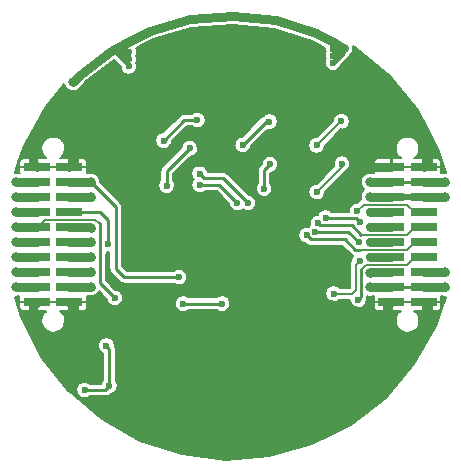
<source format=gbl>
G04 #@! TF.GenerationSoftware,KiCad,Pcbnew,no-vcs-found-d3b382c~59~ubuntu16.04.1*
G04 #@! TF.CreationDate,2017-07-22T14:16:26+01:00*
G04 #@! TF.ProjectId,m3pyro,6D337079726F2E6B696361645F706362,rev?*
G04 #@! TF.SameCoordinates,Original
G04 #@! TF.FileFunction,Copper,L2,Bot,Signal*
G04 #@! TF.FilePolarity,Positive*
%FSLAX46Y46*%
G04 Gerber Fmt 4.6, Leading zero omitted, Abs format (unit mm)*
G04 Created by KiCad (PCBNEW no-vcs-found-d3b382c~59~ubuntu16.04.1) date Sat Jul 22 14:16:26 2017*
%MOMM*%
%LPD*%
G01*
G04 APERTURE LIST*
%ADD10C,0.300000*%
%ADD11R,2.220000X0.740000*%
%ADD12C,0.800000*%
%ADD13C,0.600000*%
%ADD14C,0.740000*%
%ADD15C,0.740000*%
%ADD16C,0.280000*%
%ADD17C,0.200000*%
%ADD18C,0.500000*%
G04 APERTURE END LIST*
D10*
X92950000Y-84200000D03*
X92950000Y-85400000D03*
X94150000Y-84200000D03*
X94150000Y-85400000D03*
X105850000Y-84200000D03*
X105850000Y-85400000D03*
X107050000Y-84200000D03*
X107050000Y-85400000D03*
D11*
X116365000Y-105715000D03*
X113635000Y-105715000D03*
X116365000Y-104445000D03*
X113635000Y-104445000D03*
X116365000Y-103175000D03*
X113635000Y-103175000D03*
X116365000Y-101905000D03*
X113635000Y-101905000D03*
X116365000Y-100635000D03*
X113635000Y-100635000D03*
X116365000Y-99365000D03*
X113635000Y-99365000D03*
X116365000Y-98095000D03*
X113635000Y-98095000D03*
X116365000Y-96825000D03*
X113635000Y-96825000D03*
X116365000Y-95555000D03*
X113635000Y-95555000D03*
X116365000Y-94285000D03*
X113635000Y-94285000D03*
X83635000Y-94285000D03*
X86365000Y-94285000D03*
X83635000Y-95555000D03*
X86365000Y-95555000D03*
X83635000Y-96825000D03*
X86365000Y-96825000D03*
X83635000Y-98095000D03*
X86365000Y-98095000D03*
X83635000Y-99365000D03*
X86365000Y-99365000D03*
X83635000Y-100635000D03*
X86365000Y-100635000D03*
X83635000Y-101905000D03*
X86365000Y-101905000D03*
X83635000Y-103175000D03*
X86365000Y-103175000D03*
X83635000Y-104445000D03*
X86365000Y-104445000D03*
X83635000Y-105715000D03*
X86365000Y-105715000D03*
D12*
X113100000Y-88900000D03*
X110800000Y-86350000D03*
X86650000Y-90900000D03*
D13*
X105200000Y-89250000D03*
X105200000Y-93450000D03*
X99050000Y-93450000D03*
X99050000Y-89250000D03*
X94500000Y-89450000D03*
X95050000Y-92600000D03*
X108550000Y-105800000D03*
X108700000Y-101450000D03*
X104850000Y-102200000D03*
X105700000Y-106050000D03*
X99650000Y-112350000D03*
X102700000Y-111550000D03*
X102950000Y-113350000D03*
X93800000Y-101300000D03*
X99550000Y-117750000D03*
X93100000Y-87650000D03*
X90500000Y-86300000D03*
D12*
X102750000Y-87250000D03*
D13*
X106450000Y-87050000D03*
X85700000Y-110800000D03*
X88850000Y-110750000D03*
X88950000Y-114450000D03*
X114750000Y-110500000D03*
X112200000Y-113300000D03*
X108900000Y-115750000D03*
D12*
X116750000Y-93225000D03*
X111825000Y-94275000D03*
X116725000Y-106775000D03*
X113275000Y-106775000D03*
X86725000Y-93200000D03*
X83300000Y-93200000D03*
X86725000Y-106775000D03*
X83300000Y-106775000D03*
D13*
X94200000Y-110000000D03*
X94200000Y-111050000D03*
X97950000Y-116650000D03*
X92250000Y-115750000D03*
X85000000Y-109250000D03*
D12*
X81825000Y-95575000D03*
D13*
X95650000Y-103600000D03*
D12*
X88175000Y-95550000D03*
X81825000Y-96825000D03*
X88175000Y-96825000D03*
X81825000Y-98100000D03*
D13*
X99300000Y-105850000D03*
X96000000Y-105850000D03*
X90200000Y-105350000D03*
D12*
X81825000Y-99375000D03*
X88170000Y-99400000D03*
X81825000Y-100650000D03*
X88175000Y-100625000D03*
X81825000Y-101900000D03*
D13*
X89500000Y-109400000D03*
X89750000Y-112800000D03*
X87650000Y-113150000D03*
D12*
X88175000Y-101925000D03*
X81825000Y-103175000D03*
X88175000Y-103175000D03*
X81825000Y-104450000D03*
X88175000Y-104425000D03*
X111825000Y-104450000D03*
X118175000Y-104450000D03*
X118175000Y-103175000D03*
X111820000Y-103210000D03*
D14*
X111825000Y-101905000D03*
D13*
X101490000Y-97320000D03*
X107200000Y-99760000D03*
X110850000Y-100650000D03*
X97400000Y-94850000D03*
D14*
X111825000Y-100635000D03*
D13*
X108072451Y-98570010D03*
X110950000Y-98900000D03*
D14*
X111825000Y-99365000D03*
X111825000Y-98095000D03*
D13*
X109650000Y-84235771D03*
D12*
X86700000Y-87050000D03*
D13*
X91400000Y-85750000D03*
X91400000Y-85150000D03*
X91400000Y-84550000D03*
X108700000Y-85450000D03*
X108700000Y-84850000D03*
X108700000Y-84250000D03*
D12*
X118175000Y-96825000D03*
X111825000Y-96800000D03*
X118175000Y-95550000D03*
X111825000Y-95550000D03*
D13*
X89625000Y-100800000D03*
X110840000Y-105500000D03*
X100590000Y-97320000D03*
X106450000Y-100050000D03*
X97400000Y-95800000D03*
X107439253Y-99010018D03*
X110750000Y-98000000D03*
X109400000Y-90400000D03*
X107300000Y-92450000D03*
X97200000Y-90300000D03*
X94350000Y-92050000D03*
X103300000Y-90435000D03*
X101050000Y-92400000D03*
X110950000Y-102200000D03*
X108750000Y-105000000D03*
X94600000Y-95860001D03*
X96550000Y-92700000D03*
X103350000Y-94050000D03*
X102850000Y-96100000D03*
X109450000Y-94000000D03*
X107300000Y-96400000D03*
D15*
X116750000Y-93225000D02*
X116750000Y-93900000D01*
X116750000Y-93900000D02*
X116365000Y-94285000D01*
X116375000Y-94275000D02*
X116365000Y-94285000D01*
X111825000Y-94275000D02*
X113625000Y-94275000D01*
X113625000Y-94275000D02*
X113635000Y-94285000D01*
X116725000Y-106775000D02*
X116725000Y-106075000D01*
X116725000Y-106075000D02*
X116365000Y-105715000D01*
X113275000Y-106775000D02*
X113275000Y-106075000D01*
X113275000Y-106075000D02*
X113635000Y-105715000D01*
X86725000Y-93200000D02*
X86725000Y-93925000D01*
X86725000Y-93925000D02*
X86365000Y-94285000D01*
X83300000Y-93200000D02*
X83300000Y-93950000D01*
X83300000Y-93950000D02*
X83635000Y-94285000D01*
X86725000Y-106775000D02*
X86725000Y-106075000D01*
X86725000Y-106075000D02*
X86365000Y-105715000D01*
X83300000Y-106775000D02*
X83300000Y-106050000D01*
X83300000Y-106050000D02*
X83635000Y-105715000D01*
X81825000Y-95575000D02*
X83615000Y-95575000D01*
X83615000Y-95575000D02*
X83635000Y-95555000D01*
D16*
X95650000Y-103600000D02*
X91000000Y-103600000D01*
X90300000Y-102900000D02*
X91000000Y-103600000D01*
X90300000Y-97675000D02*
X90300000Y-102900000D01*
X90200000Y-97575000D02*
X90300000Y-97675000D01*
X90200000Y-97575000D02*
X88175000Y-95550000D01*
X88175000Y-95550000D02*
X88350000Y-95550000D01*
D15*
X88175000Y-95550000D02*
X86370000Y-95550000D01*
X86370000Y-95550000D02*
X86365000Y-95555000D01*
X81825000Y-96825000D02*
X83635000Y-96825000D01*
X88175000Y-96825000D02*
X86365000Y-96825000D01*
X81825000Y-98100000D02*
X83630000Y-98100000D01*
X83630000Y-98100000D02*
X83635000Y-98095000D01*
D16*
X96000000Y-105850000D02*
X99300000Y-105850000D01*
X88950000Y-99000000D02*
X88950000Y-101550000D01*
X88950000Y-101550000D02*
X88950000Y-104100000D01*
X89000000Y-101500000D02*
X88950000Y-101550000D01*
X88950000Y-104100000D02*
X90200000Y-105350000D01*
D17*
X88850000Y-99000000D02*
X88950000Y-99000000D01*
X88580000Y-98730000D02*
X88850000Y-99000000D01*
X84270000Y-98730000D02*
X88580000Y-98730000D01*
X83635000Y-99365000D02*
X84270000Y-98730000D01*
D15*
X81825000Y-99375000D02*
X83625000Y-99375000D01*
X83625000Y-99375000D02*
X83635000Y-99365000D01*
X86365000Y-99365000D02*
X88135000Y-99365000D01*
X88135000Y-99365000D02*
X88170000Y-99400000D01*
X81825000Y-100650000D02*
X83620000Y-100650000D01*
X83620000Y-100650000D02*
X83635000Y-100635000D01*
X88175000Y-100625000D02*
X86375000Y-100625000D01*
X86375000Y-100625000D02*
X86365000Y-100635000D01*
X81825000Y-101900000D02*
X83630000Y-101900000D01*
X83630000Y-101900000D02*
X83635000Y-101905000D01*
D16*
X89500000Y-109400000D02*
X89750000Y-109650000D01*
X89750000Y-109650000D02*
X89750000Y-112800000D01*
X87650000Y-113150000D02*
X89400000Y-113150000D01*
X89400000Y-113150000D02*
X89750000Y-112800000D01*
D15*
X88175000Y-101925000D02*
X86385000Y-101925000D01*
X86385000Y-101925000D02*
X86365000Y-101905000D01*
X81825000Y-103175000D02*
X83635000Y-103175000D01*
X88175000Y-103175000D02*
X86365000Y-103175000D01*
X81825000Y-104450000D02*
X83630000Y-104450000D01*
X83630000Y-104450000D02*
X83635000Y-104445000D01*
X88175000Y-104425000D02*
X86385000Y-104425000D01*
X86385000Y-104425000D02*
X86365000Y-104445000D01*
D16*
X113635000Y-104445000D02*
X116365000Y-104445000D01*
D15*
X111825000Y-104450000D02*
X113630000Y-104450000D01*
X113630000Y-104450000D02*
X113635000Y-104445000D01*
X118175000Y-104450000D02*
X116370000Y-104450000D01*
X116370000Y-104450000D02*
X116365000Y-104445000D01*
X118175000Y-103175000D02*
X116365000Y-103175000D01*
X113635000Y-103175000D02*
X111855000Y-103175000D01*
X111855000Y-103175000D02*
X111820000Y-103210000D01*
X113635000Y-101905000D02*
X111825000Y-101905000D01*
D16*
X101490000Y-97320000D02*
X99410000Y-95240000D01*
X99410000Y-95240000D02*
X97790000Y-95240000D01*
X97790000Y-95240000D02*
X97400000Y-94850000D01*
X110850000Y-100650000D02*
X109960000Y-99760000D01*
X109960000Y-99760000D02*
X107200000Y-99760000D01*
D15*
X113635000Y-100635000D02*
X111825000Y-100635000D01*
D16*
X110950000Y-98900000D02*
X110650001Y-98600001D01*
X110650001Y-98600001D02*
X108102442Y-98600001D01*
X108102442Y-98600001D02*
X108072451Y-98570010D01*
D15*
X113635000Y-99365000D02*
X111825000Y-99365000D01*
X113635000Y-98095000D02*
X111825000Y-98095000D01*
X87250000Y-86450000D02*
X86700000Y-87050000D01*
X89925000Y-84425000D02*
X87250000Y-86450000D01*
X90700000Y-84025578D02*
X89925000Y-84425000D01*
D16*
X91400000Y-84800000D02*
X90950000Y-84350000D01*
X91400000Y-85150000D02*
X91400000Y-84800000D01*
X91400000Y-85450000D02*
X90500000Y-84550000D01*
X91400000Y-85750000D02*
X91400000Y-85450000D01*
X91400000Y-85750000D02*
X90075000Y-84425000D01*
X90075000Y-84425000D02*
X89925000Y-84425000D01*
D15*
X90850000Y-83948270D02*
X90700000Y-84025578D01*
D16*
X91400000Y-85150000D02*
X90700000Y-84450000D01*
X90700000Y-84450000D02*
X90700000Y-84025578D01*
D15*
X93175000Y-82750000D02*
X90850000Y-83948270D01*
D16*
X91400000Y-84550000D02*
X91400000Y-84498270D01*
X91400000Y-84498270D02*
X90850000Y-83948270D01*
X108800000Y-85450000D02*
X109650000Y-84600000D01*
X109650000Y-84600000D02*
X109650000Y-84235771D01*
X108700000Y-85450000D02*
X108800000Y-85450000D01*
D15*
X109650000Y-84235771D02*
X109400000Y-84099232D01*
D16*
X108700000Y-85450000D02*
X108700000Y-85185771D01*
X108700000Y-85185771D02*
X109650000Y-84235771D01*
D15*
X109400000Y-84099232D02*
X108850000Y-83798847D01*
D16*
X108700000Y-84850000D02*
X108700000Y-84799232D01*
X108700000Y-84799232D02*
X109400000Y-84099232D01*
X108700000Y-84850000D02*
X108700000Y-84250000D01*
X108700000Y-84250000D02*
X108700000Y-83948847D01*
X108700000Y-83948847D02*
X108850000Y-83798847D01*
D15*
X108850000Y-83798847D02*
X107250000Y-82925000D01*
D16*
X108700000Y-84250000D02*
X108850000Y-84100000D01*
X108850000Y-84100000D02*
X108850000Y-83798847D01*
D15*
X96550000Y-81775000D02*
X93175000Y-82750000D01*
X100250000Y-81450000D02*
X96550000Y-81775000D01*
X103825000Y-81850000D02*
X100250000Y-81450000D01*
X107250000Y-82925000D02*
X103825000Y-81850000D01*
D18*
X113635000Y-96825000D02*
X116365000Y-96825000D01*
D15*
X118175000Y-96825000D02*
X116365000Y-96825000D01*
X111825000Y-96825000D02*
X113635000Y-96825000D01*
D16*
X113635000Y-95555000D02*
X116365000Y-95555000D01*
D15*
X118175000Y-95550000D02*
X116370000Y-95550000D01*
X116370000Y-95550000D02*
X116365000Y-95555000D01*
X111825000Y-95550000D02*
X113630000Y-95550000D01*
X113630000Y-95550000D02*
X113635000Y-95555000D01*
D16*
X88995000Y-98095000D02*
X89625000Y-98725000D01*
X89625000Y-98725000D02*
X89625000Y-100800000D01*
X86365000Y-98095000D02*
X88995000Y-98095000D01*
X89545000Y-100720000D02*
X89625000Y-100800000D01*
X111065576Y-102987622D02*
X111065576Y-105274424D01*
X111065576Y-105274424D02*
X110840000Y-105500000D01*
D17*
X111518197Y-102535001D02*
X111065576Y-102987622D01*
X111065576Y-102987622D02*
X111065576Y-103018774D01*
X114994999Y-102535001D02*
X111518197Y-102535001D01*
X115625000Y-101905000D02*
X114994999Y-102535001D01*
X116365000Y-101905000D02*
X115625000Y-101905000D01*
D16*
X100590000Y-97320000D02*
X99070000Y-95800000D01*
X99070000Y-95800000D02*
X97400000Y-95800000D01*
X109700000Y-100400000D02*
X110565001Y-101265001D01*
X110565001Y-101265001D02*
X110965001Y-101265001D01*
X106800000Y-100400000D02*
X109700000Y-100400000D01*
X106450000Y-100050000D02*
X106800000Y-100400000D01*
D17*
X115625000Y-100635000D02*
X114994999Y-101265001D01*
X114994999Y-101265001D02*
X110965001Y-101265001D01*
X116365000Y-100635000D02*
X115625000Y-100635000D01*
D16*
X107439253Y-99010018D02*
X107599246Y-99170011D01*
X107599246Y-99170011D02*
X110270011Y-99170011D01*
X110270011Y-99170011D02*
X111100000Y-100000000D01*
D17*
X114990000Y-100000000D02*
X111100000Y-100000000D01*
X115625000Y-99365000D02*
X114990000Y-100000000D01*
X116365000Y-99365000D02*
X115625000Y-99365000D01*
X116365000Y-98095000D02*
X115625000Y-98095000D01*
X115625000Y-98095000D02*
X114994999Y-97464999D01*
X114994999Y-97464999D02*
X111285001Y-97464999D01*
X111285001Y-97464999D02*
X110750000Y-98000000D01*
X107300000Y-92450000D02*
X109350000Y-90400000D01*
X109350000Y-90400000D02*
X109400000Y-90400000D01*
D16*
X94350000Y-92050000D02*
X96100000Y-90300000D01*
X96100000Y-90300000D02*
X97200000Y-90300000D01*
X101050000Y-92400000D02*
X103015000Y-90435000D01*
X103015000Y-90435000D02*
X103300000Y-90435000D01*
D17*
X110600000Y-104700000D02*
X110600000Y-102550000D01*
X110600000Y-102550000D02*
X110950000Y-102200000D01*
X110300000Y-105000000D02*
X110600000Y-104700000D01*
X108750000Y-105000000D02*
X110300000Y-105000000D01*
D16*
X96550000Y-92700000D02*
X94600000Y-94650000D01*
X94600000Y-94650000D02*
X94600000Y-95860001D01*
X102850000Y-96100000D02*
X102850000Y-94550000D01*
X102850000Y-94550000D02*
X103350000Y-94050000D01*
D17*
X107300000Y-96400000D02*
X109450000Y-94250000D01*
X109450000Y-94250000D02*
X109450000Y-94000000D01*
G36*
X103665418Y-82606950D02*
X106947274Y-83637021D01*
X108000430Y-84212206D01*
X107999080Y-84308858D01*
X108023861Y-84443880D01*
X108066398Y-84551316D01*
X108029538Y-84637317D01*
X108000997Y-84771594D01*
X107999080Y-84908858D01*
X108023861Y-85043880D01*
X108066398Y-85151316D01*
X108029538Y-85237317D01*
X108000997Y-85371594D01*
X107999080Y-85508858D01*
X108023861Y-85643880D01*
X108074396Y-85771517D01*
X108148760Y-85886907D01*
X108244121Y-85985656D01*
X108356846Y-86064002D01*
X108482641Y-86118961D01*
X108616716Y-86148439D01*
X108753963Y-86151314D01*
X108889155Y-86127476D01*
X109017141Y-86077833D01*
X109133048Y-86004277D01*
X109232460Y-85909608D01*
X109311591Y-85797432D01*
X109367427Y-85672023D01*
X109375004Y-85638671D01*
X110031838Y-84981837D01*
X110063510Y-84943279D01*
X110095561Y-84905082D01*
X110096928Y-84902595D01*
X110098732Y-84900399D01*
X110122313Y-84856421D01*
X110135420Y-84832579D01*
X110237764Y-84733199D01*
X110323187Y-84609562D01*
X110382969Y-84471686D01*
X110414833Y-84324826D01*
X110417565Y-84174573D01*
X110398748Y-84069563D01*
X110652625Y-84206834D01*
X113517323Y-86576718D01*
X115867150Y-89457891D01*
X117612602Y-92740609D01*
X118219350Y-94750256D01*
X118102143Y-94749437D01*
X117948034Y-94778835D01*
X117945151Y-94780000D01*
X117856180Y-94780000D01*
X117859628Y-94771676D01*
X117875000Y-94694397D01*
X117875000Y-94410000D01*
X117775000Y-94310000D01*
X116390000Y-94310000D01*
X116390000Y-94330000D01*
X116340000Y-94330000D01*
X116340000Y-94310000D01*
X113660000Y-94310000D01*
X113660000Y-94330000D01*
X113610000Y-94330000D01*
X113610000Y-94310000D01*
X112225000Y-94310000D01*
X112125000Y-94410000D01*
X112125000Y-94694397D01*
X112140372Y-94771676D01*
X112143820Y-94780000D01*
X112052583Y-94780000D01*
X111909027Y-94750533D01*
X111752143Y-94749437D01*
X111598034Y-94778835D01*
X111452570Y-94837607D01*
X111321291Y-94923513D01*
X111209199Y-95033282D01*
X111120562Y-95162732D01*
X111058758Y-95306934D01*
X111026139Y-95460393D01*
X111023948Y-95617266D01*
X111052270Y-95771577D01*
X111110024Y-95917448D01*
X111195012Y-96049323D01*
X111303995Y-96162179D01*
X111320881Y-96173915D01*
X111209199Y-96283282D01*
X111120562Y-96412732D01*
X111058758Y-96556934D01*
X111026139Y-96710393D01*
X111023948Y-96867266D01*
X111052270Y-97021577D01*
X111053441Y-97024536D01*
X111012682Y-97045663D01*
X111010627Y-97047303D01*
X111008305Y-97048538D01*
X110972495Y-97077745D01*
X110936419Y-97106544D01*
X110932757Y-97110155D01*
X110932684Y-97110214D01*
X110932628Y-97110281D01*
X110931448Y-97111445D01*
X110742989Y-97299904D01*
X110686250Y-97299508D01*
X110551405Y-97325231D01*
X110424124Y-97376656D01*
X110309255Y-97451824D01*
X110211174Y-97547872D01*
X110133617Y-97661141D01*
X110079538Y-97787317D01*
X110050997Y-97921594D01*
X110049080Y-98058858D01*
X110049290Y-98060001D01*
X108552545Y-98060001D01*
X108520807Y-98028041D01*
X108406999Y-97951277D01*
X108280448Y-97898080D01*
X108145975Y-97870476D01*
X108008701Y-97869518D01*
X107873856Y-97895241D01*
X107746575Y-97946666D01*
X107631706Y-98021834D01*
X107533625Y-98117882D01*
X107456068Y-98231151D01*
X107422336Y-98309853D01*
X107375503Y-98309526D01*
X107240658Y-98335249D01*
X107113377Y-98386674D01*
X106998508Y-98461842D01*
X106900427Y-98557890D01*
X106822870Y-98671159D01*
X106768791Y-98797335D01*
X106740250Y-98931612D01*
X106738333Y-99068876D01*
X106763114Y-99203898D01*
X106764812Y-99208187D01*
X106759255Y-99211824D01*
X106661174Y-99307872D01*
X106618640Y-99369991D01*
X106523524Y-99350466D01*
X106386250Y-99349508D01*
X106251405Y-99375231D01*
X106124124Y-99426656D01*
X106009255Y-99501824D01*
X105911174Y-99597872D01*
X105833617Y-99711141D01*
X105779538Y-99837317D01*
X105750997Y-99971594D01*
X105749080Y-100108858D01*
X105773861Y-100243880D01*
X105824396Y-100371517D01*
X105898760Y-100486907D01*
X105994121Y-100585656D01*
X106106846Y-100664002D01*
X106232641Y-100718961D01*
X106366716Y-100748439D01*
X106385150Y-100748825D01*
X106418163Y-100781838D01*
X106456721Y-100813510D01*
X106494918Y-100845561D01*
X106497405Y-100846928D01*
X106499601Y-100848732D01*
X106543579Y-100872313D01*
X106587271Y-100896333D01*
X106589977Y-100897191D01*
X106592481Y-100898534D01*
X106640169Y-100913113D01*
X106687728Y-100928200D01*
X106690553Y-100928517D01*
X106693265Y-100929346D01*
X106742842Y-100934382D01*
X106792460Y-100939947D01*
X106798017Y-100939986D01*
X106798115Y-100939996D01*
X106798206Y-100939987D01*
X106800000Y-100940000D01*
X109476324Y-100940000D01*
X110183163Y-101646839D01*
X110221759Y-101678542D01*
X110259919Y-101710562D01*
X110262403Y-101711928D01*
X110264601Y-101713733D01*
X110308620Y-101737336D01*
X110352272Y-101761334D01*
X110354976Y-101762192D01*
X110357481Y-101763535D01*
X110393012Y-101774397D01*
X110333617Y-101861141D01*
X110279538Y-101987317D01*
X110250997Y-102121594D01*
X110250001Y-102192893D01*
X110246447Y-102196447D01*
X110217168Y-102232092D01*
X110187443Y-102267516D01*
X110186175Y-102269823D01*
X110184508Y-102271852D01*
X110162701Y-102312521D01*
X110140432Y-102353029D01*
X110139637Y-102355536D01*
X110138395Y-102357852D01*
X110124893Y-102402015D01*
X110110926Y-102446044D01*
X110110633Y-102448655D01*
X110109864Y-102451171D01*
X110105194Y-102497147D01*
X110100049Y-102543019D01*
X110100013Y-102548157D01*
X110100003Y-102548255D01*
X110100012Y-102548346D01*
X110100000Y-102550000D01*
X110100000Y-104492894D01*
X110092894Y-104500000D01*
X109240033Y-104500000D01*
X109198356Y-104458031D01*
X109084548Y-104381267D01*
X108957997Y-104328070D01*
X108823524Y-104300466D01*
X108686250Y-104299508D01*
X108551405Y-104325231D01*
X108424124Y-104376656D01*
X108309255Y-104451824D01*
X108211174Y-104547872D01*
X108133617Y-104661141D01*
X108079538Y-104787317D01*
X108050997Y-104921594D01*
X108049080Y-105058858D01*
X108073861Y-105193880D01*
X108124396Y-105321517D01*
X108198760Y-105436907D01*
X108294121Y-105535656D01*
X108406846Y-105614002D01*
X108532641Y-105668961D01*
X108666716Y-105698439D01*
X108803963Y-105701314D01*
X108939155Y-105677476D01*
X109067141Y-105627833D01*
X109183048Y-105554277D01*
X109240044Y-105500000D01*
X110139902Y-105500000D01*
X110139080Y-105558858D01*
X110163861Y-105693880D01*
X110214396Y-105821517D01*
X110288760Y-105936907D01*
X110384121Y-106035656D01*
X110496846Y-106114002D01*
X110622641Y-106168961D01*
X110756716Y-106198439D01*
X110893963Y-106201314D01*
X111029155Y-106177476D01*
X111157141Y-106127833D01*
X111273048Y-106054277D01*
X111372460Y-105959608D01*
X111451591Y-105847432D01*
X111454899Y-105840000D01*
X112125000Y-105840000D01*
X112125000Y-106124397D01*
X112140372Y-106201676D01*
X112170525Y-106274471D01*
X112214300Y-106339986D01*
X112270015Y-106395701D01*
X112335529Y-106439476D01*
X112408325Y-106469628D01*
X112485604Y-106485000D01*
X113510000Y-106485000D01*
X113610000Y-106385000D01*
X113610000Y-105740000D01*
X113660000Y-105740000D01*
X113660000Y-106385000D01*
X113760000Y-106485000D01*
X114426739Y-106485000D01*
X114370364Y-106521891D01*
X114230249Y-106659102D01*
X114119453Y-106820915D01*
X114042197Y-107001167D01*
X114001423Y-107192992D01*
X113998685Y-107389083D01*
X114034087Y-107581971D01*
X114106280Y-107764310D01*
X114212514Y-107929154D01*
X114348744Y-108070223D01*
X114509780Y-108182146D01*
X114689488Y-108260659D01*
X114881023Y-108302770D01*
X115077090Y-108306877D01*
X115270221Y-108272823D01*
X115453059Y-108201905D01*
X115618641Y-108096824D01*
X115760658Y-107961583D01*
X115873702Y-107801332D01*
X115953468Y-107622176D01*
X115996916Y-107430940D01*
X116000043Y-107206945D01*
X115961952Y-107014570D01*
X115887220Y-106833257D01*
X115778694Y-106669912D01*
X115640508Y-106530758D01*
X115572669Y-106485000D01*
X116240000Y-106485000D01*
X116340000Y-106385000D01*
X116340000Y-105740000D01*
X116390000Y-105740000D01*
X116390000Y-106385000D01*
X116490000Y-106485000D01*
X117514396Y-106485000D01*
X117591675Y-106469628D01*
X117664471Y-106439476D01*
X117729985Y-106395701D01*
X117785700Y-106339986D01*
X117829475Y-106274471D01*
X117859628Y-106201676D01*
X117875000Y-106124397D01*
X117875000Y-105840000D01*
X117775000Y-105740000D01*
X116390000Y-105740000D01*
X116340000Y-105740000D01*
X113660000Y-105740000D01*
X113610000Y-105740000D01*
X112225000Y-105740000D01*
X112125000Y-105840000D01*
X111454899Y-105840000D01*
X111507427Y-105722023D01*
X111537841Y-105588158D01*
X111538661Y-105529441D01*
X111561909Y-105487153D01*
X111562767Y-105484447D01*
X111564110Y-105481943D01*
X111578689Y-105434255D01*
X111593776Y-105386696D01*
X111594093Y-105383871D01*
X111594922Y-105381159D01*
X111599958Y-105331582D01*
X111605523Y-105281964D01*
X111605562Y-105276407D01*
X111605572Y-105276309D01*
X111605563Y-105276218D01*
X111605576Y-105274424D01*
X111605576Y-105220900D01*
X111729818Y-105248216D01*
X111886672Y-105251502D01*
X112041177Y-105224258D01*
X112052155Y-105220000D01*
X112143820Y-105220000D01*
X112140372Y-105228324D01*
X112125000Y-105305603D01*
X112125000Y-105590000D01*
X112225000Y-105690000D01*
X113610000Y-105690000D01*
X113610000Y-105670000D01*
X113660000Y-105670000D01*
X113660000Y-105690000D01*
X116340000Y-105690000D01*
X116340000Y-105670000D01*
X116390000Y-105670000D01*
X116390000Y-105690000D01*
X117775000Y-105690000D01*
X117875000Y-105590000D01*
X117875000Y-105305603D01*
X117859628Y-105228324D01*
X117856180Y-105220000D01*
X117951483Y-105220000D01*
X118079818Y-105248216D01*
X118233647Y-105251439D01*
X117403041Y-107748333D01*
X115566610Y-110981036D01*
X113137252Y-113795474D01*
X110207500Y-116084447D01*
X106888948Y-117760768D01*
X103307998Y-118760588D01*
X99601047Y-119045822D01*
X95909292Y-118605607D01*
X92373351Y-117456710D01*
X89127907Y-115642892D01*
X86296577Y-113233242D01*
X86277251Y-113208858D01*
X86949080Y-113208858D01*
X86973861Y-113343880D01*
X87024396Y-113471517D01*
X87098760Y-113586907D01*
X87194121Y-113685656D01*
X87306846Y-113764002D01*
X87432641Y-113818961D01*
X87566716Y-113848439D01*
X87703963Y-113851314D01*
X87839155Y-113827476D01*
X87967141Y-113777833D01*
X88083048Y-113704277D01*
X88098040Y-113690000D01*
X89400000Y-113690000D01*
X89449676Y-113685129D01*
X89499334Y-113680785D01*
X89502059Y-113679993D01*
X89504887Y-113679716D01*
X89552639Y-113665299D01*
X89600538Y-113651383D01*
X89603060Y-113650075D01*
X89605778Y-113649255D01*
X89649775Y-113625861D01*
X89694106Y-113602882D01*
X89696329Y-113601107D01*
X89698831Y-113599777D01*
X89737423Y-113568302D01*
X89776469Y-113537132D01*
X89780428Y-113533229D01*
X89780502Y-113533168D01*
X89780559Y-113533099D01*
X89781838Y-113531838D01*
X89814160Y-113499516D01*
X89939155Y-113477476D01*
X90067141Y-113427833D01*
X90183048Y-113354277D01*
X90282460Y-113259608D01*
X90361591Y-113147432D01*
X90417427Y-113022023D01*
X90447841Y-112888158D01*
X90450030Y-112731361D01*
X90423366Y-112596699D01*
X90371054Y-112469780D01*
X90295086Y-112355439D01*
X90290000Y-112350317D01*
X90290000Y-109650000D01*
X90285125Y-109600278D01*
X90280784Y-109550666D01*
X90279994Y-109547946D01*
X90279716Y-109545113D01*
X90265276Y-109497286D01*
X90251382Y-109449461D01*
X90250076Y-109446942D01*
X90249255Y-109444222D01*
X90225852Y-109400208D01*
X90202882Y-109355894D01*
X90201107Y-109353671D01*
X90199777Y-109351169D01*
X90199754Y-109351141D01*
X90200030Y-109331361D01*
X90173366Y-109196699D01*
X90121054Y-109069780D01*
X90045086Y-108955439D01*
X89948356Y-108858031D01*
X89834548Y-108781267D01*
X89707997Y-108728070D01*
X89573524Y-108700466D01*
X89436250Y-108699508D01*
X89301405Y-108725231D01*
X89174124Y-108776656D01*
X89059255Y-108851824D01*
X88961174Y-108947872D01*
X88883617Y-109061141D01*
X88829538Y-109187317D01*
X88800997Y-109321594D01*
X88799080Y-109458858D01*
X88823861Y-109593880D01*
X88874396Y-109721517D01*
X88948760Y-109836907D01*
X89044121Y-109935656D01*
X89156846Y-110014002D01*
X89210000Y-110037225D01*
X89210000Y-112349587D01*
X89133617Y-112461141D01*
X89079538Y-112587317D01*
X89074717Y-112610000D01*
X88100311Y-112610000D01*
X88098356Y-112608031D01*
X87984548Y-112531267D01*
X87857997Y-112478070D01*
X87723524Y-112450466D01*
X87586250Y-112449508D01*
X87451405Y-112475231D01*
X87324124Y-112526656D01*
X87209255Y-112601824D01*
X87111174Y-112697872D01*
X87033617Y-112811141D01*
X86979538Y-112937317D01*
X86950997Y-113071594D01*
X86949080Y-113208858D01*
X86277251Y-113208858D01*
X83987206Y-110319541D01*
X82287758Y-107012773D01*
X81951471Y-105840000D01*
X82125000Y-105840000D01*
X82125000Y-106124397D01*
X82140372Y-106201676D01*
X82170525Y-106274471D01*
X82214300Y-106339986D01*
X82270015Y-106395701D01*
X82335529Y-106439476D01*
X82408325Y-106469628D01*
X82485604Y-106485000D01*
X83510000Y-106485000D01*
X83610000Y-106385000D01*
X83610000Y-105740000D01*
X83660000Y-105740000D01*
X83660000Y-106385000D01*
X83760000Y-106485000D01*
X84426739Y-106485000D01*
X84370364Y-106521891D01*
X84230249Y-106659102D01*
X84119453Y-106820915D01*
X84042197Y-107001167D01*
X84001423Y-107192992D01*
X83998685Y-107389083D01*
X84034087Y-107581971D01*
X84106280Y-107764310D01*
X84212514Y-107929154D01*
X84348744Y-108070223D01*
X84509780Y-108182146D01*
X84689488Y-108260659D01*
X84881023Y-108302770D01*
X85077090Y-108306877D01*
X85270221Y-108272823D01*
X85453059Y-108201905D01*
X85618641Y-108096824D01*
X85760658Y-107961583D01*
X85873702Y-107801332D01*
X85953468Y-107622176D01*
X85996916Y-107430940D01*
X86000043Y-107206945D01*
X85961952Y-107014570D01*
X85887220Y-106833257D01*
X85778694Y-106669912D01*
X85640508Y-106530758D01*
X85572669Y-106485000D01*
X86240000Y-106485000D01*
X86340000Y-106385000D01*
X86340000Y-105740000D01*
X86390000Y-105740000D01*
X86390000Y-106385000D01*
X86490000Y-106485000D01*
X87514396Y-106485000D01*
X87591675Y-106469628D01*
X87664471Y-106439476D01*
X87729985Y-106395701D01*
X87785700Y-106339986D01*
X87829475Y-106274471D01*
X87859628Y-106201676D01*
X87875000Y-106124397D01*
X87875000Y-105840000D01*
X87775000Y-105740000D01*
X86390000Y-105740000D01*
X86340000Y-105740000D01*
X83660000Y-105740000D01*
X83610000Y-105740000D01*
X82225000Y-105740000D01*
X82125000Y-105840000D01*
X81951471Y-105840000D01*
X81782093Y-105249311D01*
X81886672Y-105251502D01*
X82041177Y-105224258D01*
X82052155Y-105220000D01*
X82143820Y-105220000D01*
X82140372Y-105228324D01*
X82125000Y-105305603D01*
X82125000Y-105590000D01*
X82225000Y-105690000D01*
X83610000Y-105690000D01*
X83610000Y-105670000D01*
X83660000Y-105670000D01*
X83660000Y-105690000D01*
X86340000Y-105690000D01*
X86340000Y-105670000D01*
X86390000Y-105670000D01*
X86390000Y-105690000D01*
X87775000Y-105690000D01*
X87875000Y-105590000D01*
X87875000Y-105305603D01*
X87859628Y-105228324D01*
X87845825Y-105195000D01*
X87951483Y-105195000D01*
X88079818Y-105223216D01*
X88236672Y-105226502D01*
X88391177Y-105199258D01*
X88537447Y-105142524D01*
X88669912Y-105058459D01*
X88783526Y-104950266D01*
X88873962Y-104822066D01*
X88884568Y-104798244D01*
X89499956Y-105413632D01*
X89523861Y-105543880D01*
X89574396Y-105671517D01*
X89648760Y-105786907D01*
X89744121Y-105885656D01*
X89856846Y-105964002D01*
X89982641Y-106018961D01*
X90116716Y-106048439D01*
X90253963Y-106051314D01*
X90389155Y-106027476D01*
X90517141Y-105977833D01*
X90625829Y-105908858D01*
X95299080Y-105908858D01*
X95323861Y-106043880D01*
X95374396Y-106171517D01*
X95448760Y-106286907D01*
X95544121Y-106385656D01*
X95656846Y-106464002D01*
X95782641Y-106518961D01*
X95916716Y-106548439D01*
X96053963Y-106551314D01*
X96189155Y-106527476D01*
X96317141Y-106477833D01*
X96433048Y-106404277D01*
X96448040Y-106390000D01*
X98850371Y-106390000D01*
X98956846Y-106464002D01*
X99082641Y-106518961D01*
X99216716Y-106548439D01*
X99353963Y-106551314D01*
X99489155Y-106527476D01*
X99617141Y-106477833D01*
X99733048Y-106404277D01*
X99832460Y-106309608D01*
X99911591Y-106197432D01*
X99967427Y-106072023D01*
X99997841Y-105938158D01*
X100000030Y-105781361D01*
X99973366Y-105646699D01*
X99921054Y-105519780D01*
X99845086Y-105405439D01*
X99748356Y-105308031D01*
X99634548Y-105231267D01*
X99507997Y-105178070D01*
X99373524Y-105150466D01*
X99236250Y-105149508D01*
X99101405Y-105175231D01*
X98974124Y-105226656D01*
X98859255Y-105301824D01*
X98850906Y-105310000D01*
X96450311Y-105310000D01*
X96448356Y-105308031D01*
X96334548Y-105231267D01*
X96207997Y-105178070D01*
X96073524Y-105150466D01*
X95936250Y-105149508D01*
X95801405Y-105175231D01*
X95674124Y-105226656D01*
X95559255Y-105301824D01*
X95461174Y-105397872D01*
X95383617Y-105511141D01*
X95329538Y-105637317D01*
X95300997Y-105771594D01*
X95299080Y-105908858D01*
X90625829Y-105908858D01*
X90633048Y-105904277D01*
X90732460Y-105809608D01*
X90811591Y-105697432D01*
X90867427Y-105572023D01*
X90897841Y-105438158D01*
X90900030Y-105281361D01*
X90873366Y-105146699D01*
X90821054Y-105019780D01*
X90745086Y-104905439D01*
X90648356Y-104808031D01*
X90534548Y-104731267D01*
X90407997Y-104678070D01*
X90273524Y-104650466D01*
X90264076Y-104650400D01*
X89490000Y-103876324D01*
X89490000Y-101723435D01*
X89498534Y-101707519D01*
X89529346Y-101606735D01*
X89539996Y-101501885D01*
X89539627Y-101497980D01*
X89541716Y-101498439D01*
X89678963Y-101501314D01*
X89760000Y-101487025D01*
X89760000Y-102900000D01*
X89764871Y-102949676D01*
X89769215Y-102999334D01*
X89770007Y-103002059D01*
X89770284Y-103004887D01*
X89784701Y-103052639D01*
X89798617Y-103100538D01*
X89799925Y-103103060D01*
X89800745Y-103105778D01*
X89824139Y-103149775D01*
X89847118Y-103194106D01*
X89848893Y-103196329D01*
X89850223Y-103198831D01*
X89881698Y-103237423D01*
X89912868Y-103276469D01*
X89916771Y-103280428D01*
X89916832Y-103280502D01*
X89916901Y-103280559D01*
X89918162Y-103281838D01*
X90618162Y-103981837D01*
X90656738Y-104013524D01*
X90694918Y-104045561D01*
X90697402Y-104046927D01*
X90699600Y-104048732D01*
X90743584Y-104072316D01*
X90787271Y-104096333D01*
X90789979Y-104097192D01*
X90792480Y-104098533D01*
X90840096Y-104113090D01*
X90887728Y-104128200D01*
X90890558Y-104128517D01*
X90893265Y-104129345D01*
X90942792Y-104134376D01*
X90992460Y-104139947D01*
X90998017Y-104139986D01*
X90998115Y-104139996D01*
X90998206Y-104139987D01*
X91000000Y-104140000D01*
X95200371Y-104140000D01*
X95306846Y-104214002D01*
X95432641Y-104268961D01*
X95566716Y-104298439D01*
X95703963Y-104301314D01*
X95839155Y-104277476D01*
X95967141Y-104227833D01*
X96083048Y-104154277D01*
X96182460Y-104059608D01*
X96261591Y-103947432D01*
X96317427Y-103822023D01*
X96347841Y-103688158D01*
X96350030Y-103531361D01*
X96323366Y-103396699D01*
X96271054Y-103269780D01*
X96195086Y-103155439D01*
X96098356Y-103058031D01*
X95984548Y-102981267D01*
X95857997Y-102928070D01*
X95723524Y-102900466D01*
X95586250Y-102899508D01*
X95451405Y-102925231D01*
X95324124Y-102976656D01*
X95209255Y-103051824D01*
X95200906Y-103060000D01*
X91223675Y-103060000D01*
X90840000Y-102676324D01*
X90840000Y-97675000D01*
X90835130Y-97625328D01*
X90830785Y-97575666D01*
X90829993Y-97572941D01*
X90829716Y-97570113D01*
X90815289Y-97522328D01*
X90801382Y-97474461D01*
X90800076Y-97471942D01*
X90799255Y-97469222D01*
X90775852Y-97425208D01*
X90752882Y-97380894D01*
X90751107Y-97378671D01*
X90749777Y-97376169D01*
X90718302Y-97337577D01*
X90687132Y-97298531D01*
X90683232Y-97294577D01*
X90683168Y-97294498D01*
X90683095Y-97294438D01*
X90681837Y-97293162D01*
X90581838Y-97193162D01*
X90581832Y-97193157D01*
X89307535Y-95918859D01*
X93899080Y-95918859D01*
X93923861Y-96053881D01*
X93974396Y-96181518D01*
X94048760Y-96296908D01*
X94144121Y-96395657D01*
X94256846Y-96474003D01*
X94382641Y-96528962D01*
X94516716Y-96558440D01*
X94653963Y-96561315D01*
X94789155Y-96537477D01*
X94917141Y-96487834D01*
X95033048Y-96414278D01*
X95132460Y-96319609D01*
X95211591Y-96207433D01*
X95267427Y-96082024D01*
X95297841Y-95948159D01*
X95300030Y-95791362D01*
X95273366Y-95656700D01*
X95221054Y-95529781D01*
X95145086Y-95415440D01*
X95140000Y-95410318D01*
X95140000Y-94908858D01*
X96699080Y-94908858D01*
X96723861Y-95043880D01*
X96774396Y-95171517D01*
X96848760Y-95286907D01*
X96885052Y-95324489D01*
X96861174Y-95347872D01*
X96783617Y-95461141D01*
X96729538Y-95587317D01*
X96700997Y-95721594D01*
X96699080Y-95858858D01*
X96723861Y-95993880D01*
X96774396Y-96121517D01*
X96848760Y-96236907D01*
X96944121Y-96335656D01*
X97056846Y-96414002D01*
X97182641Y-96468961D01*
X97316716Y-96498439D01*
X97453963Y-96501314D01*
X97589155Y-96477476D01*
X97717141Y-96427833D01*
X97833048Y-96354277D01*
X97848040Y-96340000D01*
X98846324Y-96340000D01*
X99889956Y-97383631D01*
X99913861Y-97513880D01*
X99964396Y-97641517D01*
X100038760Y-97756907D01*
X100134121Y-97855656D01*
X100246846Y-97934002D01*
X100372641Y-97988961D01*
X100506716Y-98018439D01*
X100643963Y-98021314D01*
X100779155Y-97997476D01*
X100907141Y-97947833D01*
X101023048Y-97874277D01*
X101039024Y-97859063D01*
X101146846Y-97934002D01*
X101272641Y-97988961D01*
X101406716Y-98018439D01*
X101543963Y-98021314D01*
X101679155Y-97997476D01*
X101807141Y-97947833D01*
X101923048Y-97874277D01*
X102022460Y-97779608D01*
X102101591Y-97667432D01*
X102157427Y-97542023D01*
X102187841Y-97408158D01*
X102190030Y-97251361D01*
X102163366Y-97116699D01*
X102111054Y-96989780D01*
X102035086Y-96875439D01*
X101938356Y-96778031D01*
X101824548Y-96701267D01*
X101697997Y-96648070D01*
X101563524Y-96620466D01*
X101554076Y-96620400D01*
X101092534Y-96158858D01*
X102149080Y-96158858D01*
X102173861Y-96293880D01*
X102224396Y-96421517D01*
X102298760Y-96536907D01*
X102394121Y-96635656D01*
X102506846Y-96714002D01*
X102632641Y-96768961D01*
X102766716Y-96798439D01*
X102903963Y-96801314D01*
X103039155Y-96777476D01*
X103167141Y-96727833D01*
X103283048Y-96654277D01*
X103382460Y-96559608D01*
X103453530Y-96458858D01*
X106599080Y-96458858D01*
X106623861Y-96593880D01*
X106674396Y-96721517D01*
X106748760Y-96836907D01*
X106844121Y-96935656D01*
X106956846Y-97014002D01*
X107082641Y-97068961D01*
X107216716Y-97098439D01*
X107353963Y-97101314D01*
X107489155Y-97077476D01*
X107617141Y-97027833D01*
X107733048Y-96954277D01*
X107832460Y-96859608D01*
X107911591Y-96747432D01*
X107967427Y-96622023D01*
X107997841Y-96488158D01*
X107998958Y-96408148D01*
X109800347Y-94606760D01*
X109883048Y-94554277D01*
X109982460Y-94459608D01*
X110061591Y-94347432D01*
X110117427Y-94222023D01*
X110147841Y-94088158D01*
X110150030Y-93931361D01*
X110138990Y-93875603D01*
X112125000Y-93875603D01*
X112125000Y-94160000D01*
X112225000Y-94260000D01*
X113610000Y-94260000D01*
X113610000Y-93615000D01*
X113660000Y-93615000D01*
X113660000Y-94260000D01*
X116340000Y-94260000D01*
X116340000Y-93615000D01*
X116390000Y-93615000D01*
X116390000Y-94260000D01*
X117775000Y-94260000D01*
X117875000Y-94160000D01*
X117875000Y-93875603D01*
X117859628Y-93798324D01*
X117829475Y-93725529D01*
X117785700Y-93660014D01*
X117729985Y-93604299D01*
X117664471Y-93560524D01*
X117591675Y-93530372D01*
X117514396Y-93515000D01*
X116490000Y-93515000D01*
X116390000Y-93615000D01*
X116340000Y-93615000D01*
X116240000Y-93515000D01*
X115574243Y-93515000D01*
X115618641Y-93486824D01*
X115760658Y-93351583D01*
X115873702Y-93191332D01*
X115953468Y-93012176D01*
X115996916Y-92820940D01*
X116000043Y-92596945D01*
X115961952Y-92404570D01*
X115887220Y-92223257D01*
X115778694Y-92059912D01*
X115640508Y-91920758D01*
X115477926Y-91811095D01*
X115297139Y-91735099D01*
X115105034Y-91695666D01*
X114908929Y-91694297D01*
X114716292Y-91731044D01*
X114534462Y-91804508D01*
X114370364Y-91911891D01*
X114230249Y-92049102D01*
X114119453Y-92210915D01*
X114042197Y-92391167D01*
X114001423Y-92582992D01*
X113998685Y-92779083D01*
X114034087Y-92971971D01*
X114106280Y-93154310D01*
X114212514Y-93319154D01*
X114348744Y-93460223D01*
X114427558Y-93515000D01*
X113760000Y-93515000D01*
X113660000Y-93615000D01*
X113610000Y-93615000D01*
X113510000Y-93515000D01*
X112485604Y-93515000D01*
X112408325Y-93530372D01*
X112335529Y-93560524D01*
X112270015Y-93604299D01*
X112214300Y-93660014D01*
X112170525Y-93725529D01*
X112140372Y-93798324D01*
X112125000Y-93875603D01*
X110138990Y-93875603D01*
X110123366Y-93796699D01*
X110071054Y-93669780D01*
X109995086Y-93555439D01*
X109898356Y-93458031D01*
X109784548Y-93381267D01*
X109657997Y-93328070D01*
X109523524Y-93300466D01*
X109386250Y-93299508D01*
X109251405Y-93325231D01*
X109124124Y-93376656D01*
X109009255Y-93451824D01*
X108911174Y-93547872D01*
X108833617Y-93661141D01*
X108779538Y-93787317D01*
X108750997Y-93921594D01*
X108749080Y-94058858D01*
X108773861Y-94193880D01*
X108780995Y-94211898D01*
X107292990Y-95699904D01*
X107236250Y-95699508D01*
X107101405Y-95725231D01*
X106974124Y-95776656D01*
X106859255Y-95851824D01*
X106761174Y-95947872D01*
X106683617Y-96061141D01*
X106629538Y-96187317D01*
X106600997Y-96321594D01*
X106599080Y-96458858D01*
X103453530Y-96458858D01*
X103461591Y-96447432D01*
X103517427Y-96322023D01*
X103547841Y-96188158D01*
X103550030Y-96031361D01*
X103523366Y-95896699D01*
X103471054Y-95769780D01*
X103395086Y-95655439D01*
X103390000Y-95650317D01*
X103390000Y-94773676D01*
X103414160Y-94749516D01*
X103539155Y-94727476D01*
X103667141Y-94677833D01*
X103783048Y-94604277D01*
X103882460Y-94509608D01*
X103961591Y-94397432D01*
X104017427Y-94272023D01*
X104047841Y-94138158D01*
X104050030Y-93981361D01*
X104023366Y-93846699D01*
X103971054Y-93719780D01*
X103895086Y-93605439D01*
X103798356Y-93508031D01*
X103684548Y-93431267D01*
X103557997Y-93378070D01*
X103423524Y-93350466D01*
X103286250Y-93349508D01*
X103151405Y-93375231D01*
X103024124Y-93426656D01*
X102909255Y-93501824D01*
X102811174Y-93597872D01*
X102733617Y-93711141D01*
X102679538Y-93837317D01*
X102650997Y-93971594D01*
X102650802Y-93985522D01*
X102468162Y-94168162D01*
X102436469Y-94206746D01*
X102404439Y-94244918D01*
X102403072Y-94247405D01*
X102401268Y-94249601D01*
X102377677Y-94293598D01*
X102353667Y-94337271D01*
X102352809Y-94339975D01*
X102351466Y-94342480D01*
X102336882Y-94390183D01*
X102321800Y-94437728D01*
X102321483Y-94440553D01*
X102320654Y-94443265D01*
X102315618Y-94492842D01*
X102310053Y-94542460D01*
X102310014Y-94548017D01*
X102310004Y-94548115D01*
X102310013Y-94548206D01*
X102310000Y-94550000D01*
X102310000Y-95649587D01*
X102233617Y-95761141D01*
X102179538Y-95887317D01*
X102150997Y-96021594D01*
X102149080Y-96158858D01*
X101092534Y-96158858D01*
X99791838Y-94858162D01*
X99753254Y-94826469D01*
X99715082Y-94794439D01*
X99712595Y-94793072D01*
X99710399Y-94791268D01*
X99666402Y-94767677D01*
X99622729Y-94743667D01*
X99620025Y-94742809D01*
X99617520Y-94741466D01*
X99569817Y-94726882D01*
X99522272Y-94711800D01*
X99519447Y-94711483D01*
X99516735Y-94710654D01*
X99467158Y-94705618D01*
X99417540Y-94700053D01*
X99411983Y-94700014D01*
X99411885Y-94700004D01*
X99411794Y-94700013D01*
X99410000Y-94700000D01*
X98083920Y-94700000D01*
X98073366Y-94646699D01*
X98021054Y-94519780D01*
X97945086Y-94405439D01*
X97848356Y-94308031D01*
X97734548Y-94231267D01*
X97607997Y-94178070D01*
X97473524Y-94150466D01*
X97336250Y-94149508D01*
X97201405Y-94175231D01*
X97074124Y-94226656D01*
X96959255Y-94301824D01*
X96861174Y-94397872D01*
X96783617Y-94511141D01*
X96729538Y-94637317D01*
X96700997Y-94771594D01*
X96699080Y-94908858D01*
X95140000Y-94908858D01*
X95140000Y-94873676D01*
X96614159Y-93399516D01*
X96739155Y-93377476D01*
X96867141Y-93327833D01*
X96983048Y-93254277D01*
X97082460Y-93159608D01*
X97161591Y-93047432D01*
X97217427Y-92922023D01*
X97247841Y-92788158D01*
X97250030Y-92631361D01*
X97223366Y-92496699D01*
X97207770Y-92458858D01*
X100349080Y-92458858D01*
X100373861Y-92593880D01*
X100424396Y-92721517D01*
X100498760Y-92836907D01*
X100594121Y-92935656D01*
X100706846Y-93014002D01*
X100832641Y-93068961D01*
X100966716Y-93098439D01*
X101103963Y-93101314D01*
X101239155Y-93077476D01*
X101367141Y-93027833D01*
X101483048Y-92954277D01*
X101582460Y-92859608D01*
X101661591Y-92747432D01*
X101717427Y-92622023D01*
X101743137Y-92508858D01*
X106599080Y-92508858D01*
X106623861Y-92643880D01*
X106674396Y-92771517D01*
X106748760Y-92886907D01*
X106844121Y-92985656D01*
X106956846Y-93064002D01*
X107082641Y-93118961D01*
X107216716Y-93148439D01*
X107353963Y-93151314D01*
X107489155Y-93127476D01*
X107617141Y-93077833D01*
X107733048Y-93004277D01*
X107832460Y-92909608D01*
X107911591Y-92797432D01*
X107967427Y-92672023D01*
X107997841Y-92538158D01*
X107998958Y-92458148D01*
X109357807Y-91099300D01*
X109453963Y-91101314D01*
X109589155Y-91077476D01*
X109717141Y-91027833D01*
X109833048Y-90954277D01*
X109932460Y-90859608D01*
X110011591Y-90747432D01*
X110067427Y-90622023D01*
X110097841Y-90488158D01*
X110100030Y-90331361D01*
X110073366Y-90196699D01*
X110021054Y-90069780D01*
X109945086Y-89955439D01*
X109848356Y-89858031D01*
X109734548Y-89781267D01*
X109607997Y-89728070D01*
X109473524Y-89700466D01*
X109336250Y-89699508D01*
X109201405Y-89725231D01*
X109074124Y-89776656D01*
X108959255Y-89851824D01*
X108861174Y-89947872D01*
X108783617Y-90061141D01*
X108729538Y-90187317D01*
X108700997Y-90321594D01*
X108700709Y-90342184D01*
X107292990Y-91749904D01*
X107236250Y-91749508D01*
X107101405Y-91775231D01*
X106974124Y-91826656D01*
X106859255Y-91901824D01*
X106761174Y-91997872D01*
X106683617Y-92111141D01*
X106629538Y-92237317D01*
X106600997Y-92371594D01*
X106599080Y-92508858D01*
X101743137Y-92508858D01*
X101747841Y-92488158D01*
X101748157Y-92465519D01*
X103104835Y-91108841D01*
X103216716Y-91133439D01*
X103353963Y-91136314D01*
X103489155Y-91112476D01*
X103617141Y-91062833D01*
X103733048Y-90989277D01*
X103832460Y-90894608D01*
X103911591Y-90782432D01*
X103967427Y-90657023D01*
X103997841Y-90523158D01*
X104000030Y-90366361D01*
X103973366Y-90231699D01*
X103921054Y-90104780D01*
X103845086Y-89990439D01*
X103748356Y-89893031D01*
X103634548Y-89816267D01*
X103507997Y-89763070D01*
X103373524Y-89735466D01*
X103236250Y-89734508D01*
X103101405Y-89760231D01*
X102974124Y-89811656D01*
X102859255Y-89886824D01*
X102809333Y-89935712D01*
X102809222Y-89935745D01*
X102765205Y-89959150D01*
X102720895Y-89982118D01*
X102718674Y-89983891D01*
X102716169Y-89985223D01*
X102677530Y-90016736D01*
X102638532Y-90047868D01*
X102634578Y-90051767D01*
X102634498Y-90051832D01*
X102634437Y-90051906D01*
X102633163Y-90053162D01*
X100986812Y-91699512D01*
X100986250Y-91699508D01*
X100851405Y-91725231D01*
X100724124Y-91776656D01*
X100609255Y-91851824D01*
X100511174Y-91947872D01*
X100433617Y-92061141D01*
X100379538Y-92187317D01*
X100350997Y-92321594D01*
X100349080Y-92458858D01*
X97207770Y-92458858D01*
X97171054Y-92369780D01*
X97095086Y-92255439D01*
X96998356Y-92158031D01*
X96884548Y-92081267D01*
X96757997Y-92028070D01*
X96623524Y-92000466D01*
X96486250Y-91999508D01*
X96351405Y-92025231D01*
X96224124Y-92076656D01*
X96109255Y-92151824D01*
X96011174Y-92247872D01*
X95933617Y-92361141D01*
X95879538Y-92487317D01*
X95850997Y-92621594D01*
X95850802Y-92635522D01*
X94218162Y-94268162D01*
X94186469Y-94306746D01*
X94154439Y-94344918D01*
X94153072Y-94347405D01*
X94151268Y-94349601D01*
X94127677Y-94393598D01*
X94103667Y-94437271D01*
X94102809Y-94439975D01*
X94101466Y-94442480D01*
X94086882Y-94490183D01*
X94071800Y-94537728D01*
X94071483Y-94540553D01*
X94070654Y-94543265D01*
X94065618Y-94592842D01*
X94060053Y-94642460D01*
X94060014Y-94648017D01*
X94060004Y-94648115D01*
X94060013Y-94648206D01*
X94060000Y-94650000D01*
X94060000Y-95409588D01*
X93983617Y-95521142D01*
X93929538Y-95647318D01*
X93900997Y-95781595D01*
X93899080Y-95918859D01*
X89307535Y-95918859D01*
X88973453Y-95584777D01*
X88975034Y-95471556D01*
X88944561Y-95317656D01*
X88884776Y-95172605D01*
X88797955Y-95041930D01*
X88687407Y-94930607D01*
X88557341Y-94842876D01*
X88412711Y-94782079D01*
X88259027Y-94750533D01*
X88102143Y-94749437D01*
X87948034Y-94778835D01*
X87945151Y-94780000D01*
X87856180Y-94780000D01*
X87859628Y-94771676D01*
X87875000Y-94694397D01*
X87875000Y-94410000D01*
X87775000Y-94310000D01*
X86390000Y-94310000D01*
X86390000Y-94330000D01*
X86340000Y-94330000D01*
X86340000Y-94310000D01*
X83660000Y-94310000D01*
X83660000Y-94330000D01*
X83610000Y-94330000D01*
X83610000Y-94310000D01*
X82225000Y-94310000D01*
X82125000Y-94410000D01*
X82125000Y-94694397D01*
X82140372Y-94771676D01*
X82154175Y-94805000D01*
X82052583Y-94805000D01*
X81909027Y-94775533D01*
X81767487Y-94774544D01*
X82052647Y-93875603D01*
X82125000Y-93875603D01*
X82125000Y-94160000D01*
X82225000Y-94260000D01*
X83610000Y-94260000D01*
X83610000Y-93615000D01*
X83660000Y-93615000D01*
X83660000Y-94260000D01*
X86340000Y-94260000D01*
X86340000Y-93615000D01*
X86390000Y-93615000D01*
X86390000Y-94260000D01*
X87775000Y-94260000D01*
X87875000Y-94160000D01*
X87875000Y-93875603D01*
X87859628Y-93798324D01*
X87829475Y-93725529D01*
X87785700Y-93660014D01*
X87729985Y-93604299D01*
X87664471Y-93560524D01*
X87591675Y-93530372D01*
X87514396Y-93515000D01*
X86490000Y-93515000D01*
X86390000Y-93615000D01*
X86340000Y-93615000D01*
X86240000Y-93515000D01*
X85574243Y-93515000D01*
X85618641Y-93486824D01*
X85760658Y-93351583D01*
X85873702Y-93191332D01*
X85953468Y-93012176D01*
X85996916Y-92820940D01*
X86000043Y-92596945D01*
X85961952Y-92404570D01*
X85887220Y-92223257D01*
X85811214Y-92108858D01*
X93649080Y-92108858D01*
X93673861Y-92243880D01*
X93724396Y-92371517D01*
X93798760Y-92486907D01*
X93894121Y-92585656D01*
X94006846Y-92664002D01*
X94132641Y-92718961D01*
X94266716Y-92748439D01*
X94403963Y-92751314D01*
X94539155Y-92727476D01*
X94667141Y-92677833D01*
X94783048Y-92604277D01*
X94882460Y-92509608D01*
X94961591Y-92397432D01*
X95017427Y-92272023D01*
X95047841Y-92138158D01*
X95048157Y-92115519D01*
X96323675Y-90840000D01*
X96750371Y-90840000D01*
X96856846Y-90914002D01*
X96982641Y-90968961D01*
X97116716Y-90998439D01*
X97253963Y-91001314D01*
X97389155Y-90977476D01*
X97517141Y-90927833D01*
X97633048Y-90854277D01*
X97732460Y-90759608D01*
X97811591Y-90647432D01*
X97867427Y-90522023D01*
X97897841Y-90388158D01*
X97900030Y-90231361D01*
X97873366Y-90096699D01*
X97821054Y-89969780D01*
X97745086Y-89855439D01*
X97648356Y-89758031D01*
X97534548Y-89681267D01*
X97407997Y-89628070D01*
X97273524Y-89600466D01*
X97136250Y-89599508D01*
X97001405Y-89625231D01*
X96874124Y-89676656D01*
X96759255Y-89751824D01*
X96750906Y-89760000D01*
X96100000Y-89760000D01*
X96050320Y-89764871D01*
X96000667Y-89769215D01*
X95997942Y-89770007D01*
X95995113Y-89770284D01*
X95947349Y-89784705D01*
X95899462Y-89798617D01*
X95896940Y-89799925D01*
X95894222Y-89800745D01*
X95850205Y-89824150D01*
X95805895Y-89847118D01*
X95803674Y-89848891D01*
X95801169Y-89850223D01*
X95762530Y-89881736D01*
X95723532Y-89912868D01*
X95719578Y-89916767D01*
X95719498Y-89916832D01*
X95719437Y-89916906D01*
X95718163Y-89918162D01*
X94286812Y-91349512D01*
X94286250Y-91349508D01*
X94151405Y-91375231D01*
X94024124Y-91426656D01*
X93909255Y-91501824D01*
X93811174Y-91597872D01*
X93733617Y-91711141D01*
X93679538Y-91837317D01*
X93650997Y-91971594D01*
X93649080Y-92108858D01*
X85811214Y-92108858D01*
X85778694Y-92059912D01*
X85640508Y-91920758D01*
X85477926Y-91811095D01*
X85297139Y-91735099D01*
X85105034Y-91695666D01*
X84908929Y-91694297D01*
X84716292Y-91731044D01*
X84534462Y-91804508D01*
X84370364Y-91911891D01*
X84230249Y-92049102D01*
X84119453Y-92210915D01*
X84042197Y-92391167D01*
X84001423Y-92582992D01*
X83998685Y-92779083D01*
X84034087Y-92971971D01*
X84106280Y-93154310D01*
X84212514Y-93319154D01*
X84348744Y-93460223D01*
X84427558Y-93515000D01*
X83760000Y-93515000D01*
X83660000Y-93615000D01*
X83610000Y-93615000D01*
X83510000Y-93515000D01*
X82485604Y-93515000D01*
X82408325Y-93530372D01*
X82335529Y-93560524D01*
X82270015Y-93604299D01*
X82214300Y-93660014D01*
X82170525Y-93725529D01*
X82140372Y-93798324D01*
X82125000Y-93875603D01*
X82052647Y-93875603D01*
X82490472Y-92495407D01*
X84281588Y-89237379D01*
X85928495Y-87274671D01*
X85985024Y-87417448D01*
X86070012Y-87549323D01*
X86178995Y-87662179D01*
X86307824Y-87751717D01*
X86451590Y-87814527D01*
X86604818Y-87848216D01*
X86761672Y-87851502D01*
X86916177Y-87824258D01*
X87062447Y-87767524D01*
X87194912Y-87683459D01*
X87308526Y-87575266D01*
X87398962Y-87447066D01*
X87416321Y-87408077D01*
X87770427Y-87021779D01*
X90125381Y-85239057D01*
X90699956Y-85813632D01*
X90723861Y-85943880D01*
X90774396Y-86071517D01*
X90848760Y-86186907D01*
X90944121Y-86285656D01*
X91056846Y-86364002D01*
X91182641Y-86418961D01*
X91316716Y-86448439D01*
X91453963Y-86451314D01*
X91589155Y-86427476D01*
X91717141Y-86377833D01*
X91833048Y-86304277D01*
X91932460Y-86209608D01*
X92011591Y-86097432D01*
X92067427Y-85972023D01*
X92097841Y-85838158D01*
X92100030Y-85681361D01*
X92073366Y-85546699D01*
X92033125Y-85449066D01*
X92067427Y-85372023D01*
X92097841Y-85238158D01*
X92100030Y-85081361D01*
X92073366Y-84946699D01*
X92033125Y-84849066D01*
X92067427Y-84772023D01*
X92097841Y-84638158D01*
X92100030Y-84481361D01*
X92073366Y-84346699D01*
X92021054Y-84219780D01*
X92016696Y-84213221D01*
X93460927Y-83468886D01*
X96691865Y-82535504D01*
X100240788Y-82223774D01*
X103665418Y-82606950D01*
X103665418Y-82606950D01*
G37*
X103665418Y-82606950D02*
X106947274Y-83637021D01*
X108000430Y-84212206D01*
X107999080Y-84308858D01*
X108023861Y-84443880D01*
X108066398Y-84551316D01*
X108029538Y-84637317D01*
X108000997Y-84771594D01*
X107999080Y-84908858D01*
X108023861Y-85043880D01*
X108066398Y-85151316D01*
X108029538Y-85237317D01*
X108000997Y-85371594D01*
X107999080Y-85508858D01*
X108023861Y-85643880D01*
X108074396Y-85771517D01*
X108148760Y-85886907D01*
X108244121Y-85985656D01*
X108356846Y-86064002D01*
X108482641Y-86118961D01*
X108616716Y-86148439D01*
X108753963Y-86151314D01*
X108889155Y-86127476D01*
X109017141Y-86077833D01*
X109133048Y-86004277D01*
X109232460Y-85909608D01*
X109311591Y-85797432D01*
X109367427Y-85672023D01*
X109375004Y-85638671D01*
X110031838Y-84981837D01*
X110063510Y-84943279D01*
X110095561Y-84905082D01*
X110096928Y-84902595D01*
X110098732Y-84900399D01*
X110122313Y-84856421D01*
X110135420Y-84832579D01*
X110237764Y-84733199D01*
X110323187Y-84609562D01*
X110382969Y-84471686D01*
X110414833Y-84324826D01*
X110417565Y-84174573D01*
X110398748Y-84069563D01*
X110652625Y-84206834D01*
X113517323Y-86576718D01*
X115867150Y-89457891D01*
X117612602Y-92740609D01*
X118219350Y-94750256D01*
X118102143Y-94749437D01*
X117948034Y-94778835D01*
X117945151Y-94780000D01*
X117856180Y-94780000D01*
X117859628Y-94771676D01*
X117875000Y-94694397D01*
X117875000Y-94410000D01*
X117775000Y-94310000D01*
X116390000Y-94310000D01*
X116390000Y-94330000D01*
X116340000Y-94330000D01*
X116340000Y-94310000D01*
X113660000Y-94310000D01*
X113660000Y-94330000D01*
X113610000Y-94330000D01*
X113610000Y-94310000D01*
X112225000Y-94310000D01*
X112125000Y-94410000D01*
X112125000Y-94694397D01*
X112140372Y-94771676D01*
X112143820Y-94780000D01*
X112052583Y-94780000D01*
X111909027Y-94750533D01*
X111752143Y-94749437D01*
X111598034Y-94778835D01*
X111452570Y-94837607D01*
X111321291Y-94923513D01*
X111209199Y-95033282D01*
X111120562Y-95162732D01*
X111058758Y-95306934D01*
X111026139Y-95460393D01*
X111023948Y-95617266D01*
X111052270Y-95771577D01*
X111110024Y-95917448D01*
X111195012Y-96049323D01*
X111303995Y-96162179D01*
X111320881Y-96173915D01*
X111209199Y-96283282D01*
X111120562Y-96412732D01*
X111058758Y-96556934D01*
X111026139Y-96710393D01*
X111023948Y-96867266D01*
X111052270Y-97021577D01*
X111053441Y-97024536D01*
X111012682Y-97045663D01*
X111010627Y-97047303D01*
X111008305Y-97048538D01*
X110972495Y-97077745D01*
X110936419Y-97106544D01*
X110932757Y-97110155D01*
X110932684Y-97110214D01*
X110932628Y-97110281D01*
X110931448Y-97111445D01*
X110742989Y-97299904D01*
X110686250Y-97299508D01*
X110551405Y-97325231D01*
X110424124Y-97376656D01*
X110309255Y-97451824D01*
X110211174Y-97547872D01*
X110133617Y-97661141D01*
X110079538Y-97787317D01*
X110050997Y-97921594D01*
X110049080Y-98058858D01*
X110049290Y-98060001D01*
X108552545Y-98060001D01*
X108520807Y-98028041D01*
X108406999Y-97951277D01*
X108280448Y-97898080D01*
X108145975Y-97870476D01*
X108008701Y-97869518D01*
X107873856Y-97895241D01*
X107746575Y-97946666D01*
X107631706Y-98021834D01*
X107533625Y-98117882D01*
X107456068Y-98231151D01*
X107422336Y-98309853D01*
X107375503Y-98309526D01*
X107240658Y-98335249D01*
X107113377Y-98386674D01*
X106998508Y-98461842D01*
X106900427Y-98557890D01*
X106822870Y-98671159D01*
X106768791Y-98797335D01*
X106740250Y-98931612D01*
X106738333Y-99068876D01*
X106763114Y-99203898D01*
X106764812Y-99208187D01*
X106759255Y-99211824D01*
X106661174Y-99307872D01*
X106618640Y-99369991D01*
X106523524Y-99350466D01*
X106386250Y-99349508D01*
X106251405Y-99375231D01*
X106124124Y-99426656D01*
X106009255Y-99501824D01*
X105911174Y-99597872D01*
X105833617Y-99711141D01*
X105779538Y-99837317D01*
X105750997Y-99971594D01*
X105749080Y-100108858D01*
X105773861Y-100243880D01*
X105824396Y-100371517D01*
X105898760Y-100486907D01*
X105994121Y-100585656D01*
X106106846Y-100664002D01*
X106232641Y-100718961D01*
X106366716Y-100748439D01*
X106385150Y-100748825D01*
X106418163Y-100781838D01*
X106456721Y-100813510D01*
X106494918Y-100845561D01*
X106497405Y-100846928D01*
X106499601Y-100848732D01*
X106543579Y-100872313D01*
X106587271Y-100896333D01*
X106589977Y-100897191D01*
X106592481Y-100898534D01*
X106640169Y-100913113D01*
X106687728Y-100928200D01*
X106690553Y-100928517D01*
X106693265Y-100929346D01*
X106742842Y-100934382D01*
X106792460Y-100939947D01*
X106798017Y-100939986D01*
X106798115Y-100939996D01*
X106798206Y-100939987D01*
X106800000Y-100940000D01*
X109476324Y-100940000D01*
X110183163Y-101646839D01*
X110221759Y-101678542D01*
X110259919Y-101710562D01*
X110262403Y-101711928D01*
X110264601Y-101713733D01*
X110308620Y-101737336D01*
X110352272Y-101761334D01*
X110354976Y-101762192D01*
X110357481Y-101763535D01*
X110393012Y-101774397D01*
X110333617Y-101861141D01*
X110279538Y-101987317D01*
X110250997Y-102121594D01*
X110250001Y-102192893D01*
X110246447Y-102196447D01*
X110217168Y-102232092D01*
X110187443Y-102267516D01*
X110186175Y-102269823D01*
X110184508Y-102271852D01*
X110162701Y-102312521D01*
X110140432Y-102353029D01*
X110139637Y-102355536D01*
X110138395Y-102357852D01*
X110124893Y-102402015D01*
X110110926Y-102446044D01*
X110110633Y-102448655D01*
X110109864Y-102451171D01*
X110105194Y-102497147D01*
X110100049Y-102543019D01*
X110100013Y-102548157D01*
X110100003Y-102548255D01*
X110100012Y-102548346D01*
X110100000Y-102550000D01*
X110100000Y-104492894D01*
X110092894Y-104500000D01*
X109240033Y-104500000D01*
X109198356Y-104458031D01*
X109084548Y-104381267D01*
X108957997Y-104328070D01*
X108823524Y-104300466D01*
X108686250Y-104299508D01*
X108551405Y-104325231D01*
X108424124Y-104376656D01*
X108309255Y-104451824D01*
X108211174Y-104547872D01*
X108133617Y-104661141D01*
X108079538Y-104787317D01*
X108050997Y-104921594D01*
X108049080Y-105058858D01*
X108073861Y-105193880D01*
X108124396Y-105321517D01*
X108198760Y-105436907D01*
X108294121Y-105535656D01*
X108406846Y-105614002D01*
X108532641Y-105668961D01*
X108666716Y-105698439D01*
X108803963Y-105701314D01*
X108939155Y-105677476D01*
X109067141Y-105627833D01*
X109183048Y-105554277D01*
X109240044Y-105500000D01*
X110139902Y-105500000D01*
X110139080Y-105558858D01*
X110163861Y-105693880D01*
X110214396Y-105821517D01*
X110288760Y-105936907D01*
X110384121Y-106035656D01*
X110496846Y-106114002D01*
X110622641Y-106168961D01*
X110756716Y-106198439D01*
X110893963Y-106201314D01*
X111029155Y-106177476D01*
X111157141Y-106127833D01*
X111273048Y-106054277D01*
X111372460Y-105959608D01*
X111451591Y-105847432D01*
X111454899Y-105840000D01*
X112125000Y-105840000D01*
X112125000Y-106124397D01*
X112140372Y-106201676D01*
X112170525Y-106274471D01*
X112214300Y-106339986D01*
X112270015Y-106395701D01*
X112335529Y-106439476D01*
X112408325Y-106469628D01*
X112485604Y-106485000D01*
X113510000Y-106485000D01*
X113610000Y-106385000D01*
X113610000Y-105740000D01*
X113660000Y-105740000D01*
X113660000Y-106385000D01*
X113760000Y-106485000D01*
X114426739Y-106485000D01*
X114370364Y-106521891D01*
X114230249Y-106659102D01*
X114119453Y-106820915D01*
X114042197Y-107001167D01*
X114001423Y-107192992D01*
X113998685Y-107389083D01*
X114034087Y-107581971D01*
X114106280Y-107764310D01*
X114212514Y-107929154D01*
X114348744Y-108070223D01*
X114509780Y-108182146D01*
X114689488Y-108260659D01*
X114881023Y-108302770D01*
X115077090Y-108306877D01*
X115270221Y-108272823D01*
X115453059Y-108201905D01*
X115618641Y-108096824D01*
X115760658Y-107961583D01*
X115873702Y-107801332D01*
X115953468Y-107622176D01*
X115996916Y-107430940D01*
X116000043Y-107206945D01*
X115961952Y-107014570D01*
X115887220Y-106833257D01*
X115778694Y-106669912D01*
X115640508Y-106530758D01*
X115572669Y-106485000D01*
X116240000Y-106485000D01*
X116340000Y-106385000D01*
X116340000Y-105740000D01*
X116390000Y-105740000D01*
X116390000Y-106385000D01*
X116490000Y-106485000D01*
X117514396Y-106485000D01*
X117591675Y-106469628D01*
X117664471Y-106439476D01*
X117729985Y-106395701D01*
X117785700Y-106339986D01*
X117829475Y-106274471D01*
X117859628Y-106201676D01*
X117875000Y-106124397D01*
X117875000Y-105840000D01*
X117775000Y-105740000D01*
X116390000Y-105740000D01*
X116340000Y-105740000D01*
X113660000Y-105740000D01*
X113610000Y-105740000D01*
X112225000Y-105740000D01*
X112125000Y-105840000D01*
X111454899Y-105840000D01*
X111507427Y-105722023D01*
X111537841Y-105588158D01*
X111538661Y-105529441D01*
X111561909Y-105487153D01*
X111562767Y-105484447D01*
X111564110Y-105481943D01*
X111578689Y-105434255D01*
X111593776Y-105386696D01*
X111594093Y-105383871D01*
X111594922Y-105381159D01*
X111599958Y-105331582D01*
X111605523Y-105281964D01*
X111605562Y-105276407D01*
X111605572Y-105276309D01*
X111605563Y-105276218D01*
X111605576Y-105274424D01*
X111605576Y-105220900D01*
X111729818Y-105248216D01*
X111886672Y-105251502D01*
X112041177Y-105224258D01*
X112052155Y-105220000D01*
X112143820Y-105220000D01*
X112140372Y-105228324D01*
X112125000Y-105305603D01*
X112125000Y-105590000D01*
X112225000Y-105690000D01*
X113610000Y-105690000D01*
X113610000Y-105670000D01*
X113660000Y-105670000D01*
X113660000Y-105690000D01*
X116340000Y-105690000D01*
X116340000Y-105670000D01*
X116390000Y-105670000D01*
X116390000Y-105690000D01*
X117775000Y-105690000D01*
X117875000Y-105590000D01*
X117875000Y-105305603D01*
X117859628Y-105228324D01*
X117856180Y-105220000D01*
X117951483Y-105220000D01*
X118079818Y-105248216D01*
X118233647Y-105251439D01*
X117403041Y-107748333D01*
X115566610Y-110981036D01*
X113137252Y-113795474D01*
X110207500Y-116084447D01*
X106888948Y-117760768D01*
X103307998Y-118760588D01*
X99601047Y-119045822D01*
X95909292Y-118605607D01*
X92373351Y-117456710D01*
X89127907Y-115642892D01*
X86296577Y-113233242D01*
X86277251Y-113208858D01*
X86949080Y-113208858D01*
X86973861Y-113343880D01*
X87024396Y-113471517D01*
X87098760Y-113586907D01*
X87194121Y-113685656D01*
X87306846Y-113764002D01*
X87432641Y-113818961D01*
X87566716Y-113848439D01*
X87703963Y-113851314D01*
X87839155Y-113827476D01*
X87967141Y-113777833D01*
X88083048Y-113704277D01*
X88098040Y-113690000D01*
X89400000Y-113690000D01*
X89449676Y-113685129D01*
X89499334Y-113680785D01*
X89502059Y-113679993D01*
X89504887Y-113679716D01*
X89552639Y-113665299D01*
X89600538Y-113651383D01*
X89603060Y-113650075D01*
X89605778Y-113649255D01*
X89649775Y-113625861D01*
X89694106Y-113602882D01*
X89696329Y-113601107D01*
X89698831Y-113599777D01*
X89737423Y-113568302D01*
X89776469Y-113537132D01*
X89780428Y-113533229D01*
X89780502Y-113533168D01*
X89780559Y-113533099D01*
X89781838Y-113531838D01*
X89814160Y-113499516D01*
X89939155Y-113477476D01*
X90067141Y-113427833D01*
X90183048Y-113354277D01*
X90282460Y-113259608D01*
X90361591Y-113147432D01*
X90417427Y-113022023D01*
X90447841Y-112888158D01*
X90450030Y-112731361D01*
X90423366Y-112596699D01*
X90371054Y-112469780D01*
X90295086Y-112355439D01*
X90290000Y-112350317D01*
X90290000Y-109650000D01*
X90285125Y-109600278D01*
X90280784Y-109550666D01*
X90279994Y-109547946D01*
X90279716Y-109545113D01*
X90265276Y-109497286D01*
X90251382Y-109449461D01*
X90250076Y-109446942D01*
X90249255Y-109444222D01*
X90225852Y-109400208D01*
X90202882Y-109355894D01*
X90201107Y-109353671D01*
X90199777Y-109351169D01*
X90199754Y-109351141D01*
X90200030Y-109331361D01*
X90173366Y-109196699D01*
X90121054Y-109069780D01*
X90045086Y-108955439D01*
X89948356Y-108858031D01*
X89834548Y-108781267D01*
X89707997Y-108728070D01*
X89573524Y-108700466D01*
X89436250Y-108699508D01*
X89301405Y-108725231D01*
X89174124Y-108776656D01*
X89059255Y-108851824D01*
X88961174Y-108947872D01*
X88883617Y-109061141D01*
X88829538Y-109187317D01*
X88800997Y-109321594D01*
X88799080Y-109458858D01*
X88823861Y-109593880D01*
X88874396Y-109721517D01*
X88948760Y-109836907D01*
X89044121Y-109935656D01*
X89156846Y-110014002D01*
X89210000Y-110037225D01*
X89210000Y-112349587D01*
X89133617Y-112461141D01*
X89079538Y-112587317D01*
X89074717Y-112610000D01*
X88100311Y-112610000D01*
X88098356Y-112608031D01*
X87984548Y-112531267D01*
X87857997Y-112478070D01*
X87723524Y-112450466D01*
X87586250Y-112449508D01*
X87451405Y-112475231D01*
X87324124Y-112526656D01*
X87209255Y-112601824D01*
X87111174Y-112697872D01*
X87033617Y-112811141D01*
X86979538Y-112937317D01*
X86950997Y-113071594D01*
X86949080Y-113208858D01*
X86277251Y-113208858D01*
X83987206Y-110319541D01*
X82287758Y-107012773D01*
X81951471Y-105840000D01*
X82125000Y-105840000D01*
X82125000Y-106124397D01*
X82140372Y-106201676D01*
X82170525Y-106274471D01*
X82214300Y-106339986D01*
X82270015Y-106395701D01*
X82335529Y-106439476D01*
X82408325Y-106469628D01*
X82485604Y-106485000D01*
X83510000Y-106485000D01*
X83610000Y-106385000D01*
X83610000Y-105740000D01*
X83660000Y-105740000D01*
X83660000Y-106385000D01*
X83760000Y-106485000D01*
X84426739Y-106485000D01*
X84370364Y-106521891D01*
X84230249Y-106659102D01*
X84119453Y-106820915D01*
X84042197Y-107001167D01*
X84001423Y-107192992D01*
X83998685Y-107389083D01*
X84034087Y-107581971D01*
X84106280Y-107764310D01*
X84212514Y-107929154D01*
X84348744Y-108070223D01*
X84509780Y-108182146D01*
X84689488Y-108260659D01*
X84881023Y-108302770D01*
X85077090Y-108306877D01*
X85270221Y-108272823D01*
X85453059Y-108201905D01*
X85618641Y-108096824D01*
X85760658Y-107961583D01*
X85873702Y-107801332D01*
X85953468Y-107622176D01*
X85996916Y-107430940D01*
X86000043Y-107206945D01*
X85961952Y-107014570D01*
X85887220Y-106833257D01*
X85778694Y-106669912D01*
X85640508Y-106530758D01*
X85572669Y-106485000D01*
X86240000Y-106485000D01*
X86340000Y-106385000D01*
X86340000Y-105740000D01*
X86390000Y-105740000D01*
X86390000Y-106385000D01*
X86490000Y-106485000D01*
X87514396Y-106485000D01*
X87591675Y-106469628D01*
X87664471Y-106439476D01*
X87729985Y-106395701D01*
X87785700Y-106339986D01*
X87829475Y-106274471D01*
X87859628Y-106201676D01*
X87875000Y-106124397D01*
X87875000Y-105840000D01*
X87775000Y-105740000D01*
X86390000Y-105740000D01*
X86340000Y-105740000D01*
X83660000Y-105740000D01*
X83610000Y-105740000D01*
X82225000Y-105740000D01*
X82125000Y-105840000D01*
X81951471Y-105840000D01*
X81782093Y-105249311D01*
X81886672Y-105251502D01*
X82041177Y-105224258D01*
X82052155Y-105220000D01*
X82143820Y-105220000D01*
X82140372Y-105228324D01*
X82125000Y-105305603D01*
X82125000Y-105590000D01*
X82225000Y-105690000D01*
X83610000Y-105690000D01*
X83610000Y-105670000D01*
X83660000Y-105670000D01*
X83660000Y-105690000D01*
X86340000Y-105690000D01*
X86340000Y-105670000D01*
X86390000Y-105670000D01*
X86390000Y-105690000D01*
X87775000Y-105690000D01*
X87875000Y-105590000D01*
X87875000Y-105305603D01*
X87859628Y-105228324D01*
X87845825Y-105195000D01*
X87951483Y-105195000D01*
X88079818Y-105223216D01*
X88236672Y-105226502D01*
X88391177Y-105199258D01*
X88537447Y-105142524D01*
X88669912Y-105058459D01*
X88783526Y-104950266D01*
X88873962Y-104822066D01*
X88884568Y-104798244D01*
X89499956Y-105413632D01*
X89523861Y-105543880D01*
X89574396Y-105671517D01*
X89648760Y-105786907D01*
X89744121Y-105885656D01*
X89856846Y-105964002D01*
X89982641Y-106018961D01*
X90116716Y-106048439D01*
X90253963Y-106051314D01*
X90389155Y-106027476D01*
X90517141Y-105977833D01*
X90625829Y-105908858D01*
X95299080Y-105908858D01*
X95323861Y-106043880D01*
X95374396Y-106171517D01*
X95448760Y-106286907D01*
X95544121Y-106385656D01*
X95656846Y-106464002D01*
X95782641Y-106518961D01*
X95916716Y-106548439D01*
X96053963Y-106551314D01*
X96189155Y-106527476D01*
X96317141Y-106477833D01*
X96433048Y-106404277D01*
X96448040Y-106390000D01*
X98850371Y-106390000D01*
X98956846Y-106464002D01*
X99082641Y-106518961D01*
X99216716Y-106548439D01*
X99353963Y-106551314D01*
X99489155Y-106527476D01*
X99617141Y-106477833D01*
X99733048Y-106404277D01*
X99832460Y-106309608D01*
X99911591Y-106197432D01*
X99967427Y-106072023D01*
X99997841Y-105938158D01*
X100000030Y-105781361D01*
X99973366Y-105646699D01*
X99921054Y-105519780D01*
X99845086Y-105405439D01*
X99748356Y-105308031D01*
X99634548Y-105231267D01*
X99507997Y-105178070D01*
X99373524Y-105150466D01*
X99236250Y-105149508D01*
X99101405Y-105175231D01*
X98974124Y-105226656D01*
X98859255Y-105301824D01*
X98850906Y-105310000D01*
X96450311Y-105310000D01*
X96448356Y-105308031D01*
X96334548Y-105231267D01*
X96207997Y-105178070D01*
X96073524Y-105150466D01*
X95936250Y-105149508D01*
X95801405Y-105175231D01*
X95674124Y-105226656D01*
X95559255Y-105301824D01*
X95461174Y-105397872D01*
X95383617Y-105511141D01*
X95329538Y-105637317D01*
X95300997Y-105771594D01*
X95299080Y-105908858D01*
X90625829Y-105908858D01*
X90633048Y-105904277D01*
X90732460Y-105809608D01*
X90811591Y-105697432D01*
X90867427Y-105572023D01*
X90897841Y-105438158D01*
X90900030Y-105281361D01*
X90873366Y-105146699D01*
X90821054Y-105019780D01*
X90745086Y-104905439D01*
X90648356Y-104808031D01*
X90534548Y-104731267D01*
X90407997Y-104678070D01*
X90273524Y-104650466D01*
X90264076Y-104650400D01*
X89490000Y-103876324D01*
X89490000Y-101723435D01*
X89498534Y-101707519D01*
X89529346Y-101606735D01*
X89539996Y-101501885D01*
X89539627Y-101497980D01*
X89541716Y-101498439D01*
X89678963Y-101501314D01*
X89760000Y-101487025D01*
X89760000Y-102900000D01*
X89764871Y-102949676D01*
X89769215Y-102999334D01*
X89770007Y-103002059D01*
X89770284Y-103004887D01*
X89784701Y-103052639D01*
X89798617Y-103100538D01*
X89799925Y-103103060D01*
X89800745Y-103105778D01*
X89824139Y-103149775D01*
X89847118Y-103194106D01*
X89848893Y-103196329D01*
X89850223Y-103198831D01*
X89881698Y-103237423D01*
X89912868Y-103276469D01*
X89916771Y-103280428D01*
X89916832Y-103280502D01*
X89916901Y-103280559D01*
X89918162Y-103281838D01*
X90618162Y-103981837D01*
X90656738Y-104013524D01*
X90694918Y-104045561D01*
X90697402Y-104046927D01*
X90699600Y-104048732D01*
X90743584Y-104072316D01*
X90787271Y-104096333D01*
X90789979Y-104097192D01*
X90792480Y-104098533D01*
X90840096Y-104113090D01*
X90887728Y-104128200D01*
X90890558Y-104128517D01*
X90893265Y-104129345D01*
X90942792Y-104134376D01*
X90992460Y-104139947D01*
X90998017Y-104139986D01*
X90998115Y-104139996D01*
X90998206Y-104139987D01*
X91000000Y-104140000D01*
X95200371Y-104140000D01*
X95306846Y-104214002D01*
X95432641Y-104268961D01*
X95566716Y-104298439D01*
X95703963Y-104301314D01*
X95839155Y-104277476D01*
X95967141Y-104227833D01*
X96083048Y-104154277D01*
X96182460Y-104059608D01*
X96261591Y-103947432D01*
X96317427Y-103822023D01*
X96347841Y-103688158D01*
X96350030Y-103531361D01*
X96323366Y-103396699D01*
X96271054Y-103269780D01*
X96195086Y-103155439D01*
X96098356Y-103058031D01*
X95984548Y-102981267D01*
X95857997Y-102928070D01*
X95723524Y-102900466D01*
X95586250Y-102899508D01*
X95451405Y-102925231D01*
X95324124Y-102976656D01*
X95209255Y-103051824D01*
X95200906Y-103060000D01*
X91223675Y-103060000D01*
X90840000Y-102676324D01*
X90840000Y-97675000D01*
X90835130Y-97625328D01*
X90830785Y-97575666D01*
X90829993Y-97572941D01*
X90829716Y-97570113D01*
X90815289Y-97522328D01*
X90801382Y-97474461D01*
X90800076Y-97471942D01*
X90799255Y-97469222D01*
X90775852Y-97425208D01*
X90752882Y-97380894D01*
X90751107Y-97378671D01*
X90749777Y-97376169D01*
X90718302Y-97337577D01*
X90687132Y-97298531D01*
X90683232Y-97294577D01*
X90683168Y-97294498D01*
X90683095Y-97294438D01*
X90681837Y-97293162D01*
X90581838Y-97193162D01*
X90581832Y-97193157D01*
X89307535Y-95918859D01*
X93899080Y-95918859D01*
X93923861Y-96053881D01*
X93974396Y-96181518D01*
X94048760Y-96296908D01*
X94144121Y-96395657D01*
X94256846Y-96474003D01*
X94382641Y-96528962D01*
X94516716Y-96558440D01*
X94653963Y-96561315D01*
X94789155Y-96537477D01*
X94917141Y-96487834D01*
X95033048Y-96414278D01*
X95132460Y-96319609D01*
X95211591Y-96207433D01*
X95267427Y-96082024D01*
X95297841Y-95948159D01*
X95300030Y-95791362D01*
X95273366Y-95656700D01*
X95221054Y-95529781D01*
X95145086Y-95415440D01*
X95140000Y-95410318D01*
X95140000Y-94908858D01*
X96699080Y-94908858D01*
X96723861Y-95043880D01*
X96774396Y-95171517D01*
X96848760Y-95286907D01*
X96885052Y-95324489D01*
X96861174Y-95347872D01*
X96783617Y-95461141D01*
X96729538Y-95587317D01*
X96700997Y-95721594D01*
X96699080Y-95858858D01*
X96723861Y-95993880D01*
X96774396Y-96121517D01*
X96848760Y-96236907D01*
X96944121Y-96335656D01*
X97056846Y-96414002D01*
X97182641Y-96468961D01*
X97316716Y-96498439D01*
X97453963Y-96501314D01*
X97589155Y-96477476D01*
X97717141Y-96427833D01*
X97833048Y-96354277D01*
X97848040Y-96340000D01*
X98846324Y-96340000D01*
X99889956Y-97383631D01*
X99913861Y-97513880D01*
X99964396Y-97641517D01*
X100038760Y-97756907D01*
X100134121Y-97855656D01*
X100246846Y-97934002D01*
X100372641Y-97988961D01*
X100506716Y-98018439D01*
X100643963Y-98021314D01*
X100779155Y-97997476D01*
X100907141Y-97947833D01*
X101023048Y-97874277D01*
X101039024Y-97859063D01*
X101146846Y-97934002D01*
X101272641Y-97988961D01*
X101406716Y-98018439D01*
X101543963Y-98021314D01*
X101679155Y-97997476D01*
X101807141Y-97947833D01*
X101923048Y-97874277D01*
X102022460Y-97779608D01*
X102101591Y-97667432D01*
X102157427Y-97542023D01*
X102187841Y-97408158D01*
X102190030Y-97251361D01*
X102163366Y-97116699D01*
X102111054Y-96989780D01*
X102035086Y-96875439D01*
X101938356Y-96778031D01*
X101824548Y-96701267D01*
X101697997Y-96648070D01*
X101563524Y-96620466D01*
X101554076Y-96620400D01*
X101092534Y-96158858D01*
X102149080Y-96158858D01*
X102173861Y-96293880D01*
X102224396Y-96421517D01*
X102298760Y-96536907D01*
X102394121Y-96635656D01*
X102506846Y-96714002D01*
X102632641Y-96768961D01*
X102766716Y-96798439D01*
X102903963Y-96801314D01*
X103039155Y-96777476D01*
X103167141Y-96727833D01*
X103283048Y-96654277D01*
X103382460Y-96559608D01*
X103453530Y-96458858D01*
X106599080Y-96458858D01*
X106623861Y-96593880D01*
X106674396Y-96721517D01*
X106748760Y-96836907D01*
X106844121Y-96935656D01*
X106956846Y-97014002D01*
X107082641Y-97068961D01*
X107216716Y-97098439D01*
X107353963Y-97101314D01*
X107489155Y-97077476D01*
X107617141Y-97027833D01*
X107733048Y-96954277D01*
X107832460Y-96859608D01*
X107911591Y-96747432D01*
X107967427Y-96622023D01*
X107997841Y-96488158D01*
X107998958Y-96408148D01*
X109800347Y-94606760D01*
X109883048Y-94554277D01*
X109982460Y-94459608D01*
X110061591Y-94347432D01*
X110117427Y-94222023D01*
X110147841Y-94088158D01*
X110150030Y-93931361D01*
X110138990Y-93875603D01*
X112125000Y-93875603D01*
X112125000Y-94160000D01*
X112225000Y-94260000D01*
X113610000Y-94260000D01*
X113610000Y-93615000D01*
X113660000Y-93615000D01*
X113660000Y-94260000D01*
X116340000Y-94260000D01*
X116340000Y-93615000D01*
X116390000Y-93615000D01*
X116390000Y-94260000D01*
X117775000Y-94260000D01*
X117875000Y-94160000D01*
X117875000Y-93875603D01*
X117859628Y-93798324D01*
X117829475Y-93725529D01*
X117785700Y-93660014D01*
X117729985Y-93604299D01*
X117664471Y-93560524D01*
X117591675Y-93530372D01*
X117514396Y-93515000D01*
X116490000Y-93515000D01*
X116390000Y-93615000D01*
X116340000Y-93615000D01*
X116240000Y-93515000D01*
X115574243Y-93515000D01*
X115618641Y-93486824D01*
X115760658Y-93351583D01*
X115873702Y-93191332D01*
X115953468Y-93012176D01*
X115996916Y-92820940D01*
X116000043Y-92596945D01*
X115961952Y-92404570D01*
X115887220Y-92223257D01*
X115778694Y-92059912D01*
X115640508Y-91920758D01*
X115477926Y-91811095D01*
X115297139Y-91735099D01*
X115105034Y-91695666D01*
X114908929Y-91694297D01*
X114716292Y-91731044D01*
X114534462Y-91804508D01*
X114370364Y-91911891D01*
X114230249Y-92049102D01*
X114119453Y-92210915D01*
X114042197Y-92391167D01*
X114001423Y-92582992D01*
X113998685Y-92779083D01*
X114034087Y-92971971D01*
X114106280Y-93154310D01*
X114212514Y-93319154D01*
X114348744Y-93460223D01*
X114427558Y-93515000D01*
X113760000Y-93515000D01*
X113660000Y-93615000D01*
X113610000Y-93615000D01*
X113510000Y-93515000D01*
X112485604Y-93515000D01*
X112408325Y-93530372D01*
X112335529Y-93560524D01*
X112270015Y-93604299D01*
X112214300Y-93660014D01*
X112170525Y-93725529D01*
X112140372Y-93798324D01*
X112125000Y-93875603D01*
X110138990Y-93875603D01*
X110123366Y-93796699D01*
X110071054Y-93669780D01*
X109995086Y-93555439D01*
X109898356Y-93458031D01*
X109784548Y-93381267D01*
X109657997Y-93328070D01*
X109523524Y-93300466D01*
X109386250Y-93299508D01*
X109251405Y-93325231D01*
X109124124Y-93376656D01*
X109009255Y-93451824D01*
X108911174Y-93547872D01*
X108833617Y-93661141D01*
X108779538Y-93787317D01*
X108750997Y-93921594D01*
X108749080Y-94058858D01*
X108773861Y-94193880D01*
X108780995Y-94211898D01*
X107292990Y-95699904D01*
X107236250Y-95699508D01*
X107101405Y-95725231D01*
X106974124Y-95776656D01*
X106859255Y-95851824D01*
X106761174Y-95947872D01*
X106683617Y-96061141D01*
X106629538Y-96187317D01*
X106600997Y-96321594D01*
X106599080Y-96458858D01*
X103453530Y-96458858D01*
X103461591Y-96447432D01*
X103517427Y-96322023D01*
X103547841Y-96188158D01*
X103550030Y-96031361D01*
X103523366Y-95896699D01*
X103471054Y-95769780D01*
X103395086Y-95655439D01*
X103390000Y-95650317D01*
X103390000Y-94773676D01*
X103414160Y-94749516D01*
X103539155Y-94727476D01*
X103667141Y-94677833D01*
X103783048Y-94604277D01*
X103882460Y-94509608D01*
X103961591Y-94397432D01*
X104017427Y-94272023D01*
X104047841Y-94138158D01*
X104050030Y-93981361D01*
X104023366Y-93846699D01*
X103971054Y-93719780D01*
X103895086Y-93605439D01*
X103798356Y-93508031D01*
X103684548Y-93431267D01*
X103557997Y-93378070D01*
X103423524Y-93350466D01*
X103286250Y-93349508D01*
X103151405Y-93375231D01*
X103024124Y-93426656D01*
X102909255Y-93501824D01*
X102811174Y-93597872D01*
X102733617Y-93711141D01*
X102679538Y-93837317D01*
X102650997Y-93971594D01*
X102650802Y-93985522D01*
X102468162Y-94168162D01*
X102436469Y-94206746D01*
X102404439Y-94244918D01*
X102403072Y-94247405D01*
X102401268Y-94249601D01*
X102377677Y-94293598D01*
X102353667Y-94337271D01*
X102352809Y-94339975D01*
X102351466Y-94342480D01*
X102336882Y-94390183D01*
X102321800Y-94437728D01*
X102321483Y-94440553D01*
X102320654Y-94443265D01*
X102315618Y-94492842D01*
X102310053Y-94542460D01*
X102310014Y-94548017D01*
X102310004Y-94548115D01*
X102310013Y-94548206D01*
X102310000Y-94550000D01*
X102310000Y-95649587D01*
X102233617Y-95761141D01*
X102179538Y-95887317D01*
X102150997Y-96021594D01*
X102149080Y-96158858D01*
X101092534Y-96158858D01*
X99791838Y-94858162D01*
X99753254Y-94826469D01*
X99715082Y-94794439D01*
X99712595Y-94793072D01*
X99710399Y-94791268D01*
X99666402Y-94767677D01*
X99622729Y-94743667D01*
X99620025Y-94742809D01*
X99617520Y-94741466D01*
X99569817Y-94726882D01*
X99522272Y-94711800D01*
X99519447Y-94711483D01*
X99516735Y-94710654D01*
X99467158Y-94705618D01*
X99417540Y-94700053D01*
X99411983Y-94700014D01*
X99411885Y-94700004D01*
X99411794Y-94700013D01*
X99410000Y-94700000D01*
X98083920Y-94700000D01*
X98073366Y-94646699D01*
X98021054Y-94519780D01*
X97945086Y-94405439D01*
X97848356Y-94308031D01*
X97734548Y-94231267D01*
X97607997Y-94178070D01*
X97473524Y-94150466D01*
X97336250Y-94149508D01*
X97201405Y-94175231D01*
X97074124Y-94226656D01*
X96959255Y-94301824D01*
X96861174Y-94397872D01*
X96783617Y-94511141D01*
X96729538Y-94637317D01*
X96700997Y-94771594D01*
X96699080Y-94908858D01*
X95140000Y-94908858D01*
X95140000Y-94873676D01*
X96614159Y-93399516D01*
X96739155Y-93377476D01*
X96867141Y-93327833D01*
X96983048Y-93254277D01*
X97082460Y-93159608D01*
X97161591Y-93047432D01*
X97217427Y-92922023D01*
X97247841Y-92788158D01*
X97250030Y-92631361D01*
X97223366Y-92496699D01*
X97207770Y-92458858D01*
X100349080Y-92458858D01*
X100373861Y-92593880D01*
X100424396Y-92721517D01*
X100498760Y-92836907D01*
X100594121Y-92935656D01*
X100706846Y-93014002D01*
X100832641Y-93068961D01*
X100966716Y-93098439D01*
X101103963Y-93101314D01*
X101239155Y-93077476D01*
X101367141Y-93027833D01*
X101483048Y-92954277D01*
X101582460Y-92859608D01*
X101661591Y-92747432D01*
X101717427Y-92622023D01*
X101743137Y-92508858D01*
X106599080Y-92508858D01*
X106623861Y-92643880D01*
X106674396Y-92771517D01*
X106748760Y-92886907D01*
X106844121Y-92985656D01*
X106956846Y-93064002D01*
X107082641Y-93118961D01*
X107216716Y-93148439D01*
X107353963Y-93151314D01*
X107489155Y-93127476D01*
X107617141Y-93077833D01*
X107733048Y-93004277D01*
X107832460Y-92909608D01*
X107911591Y-92797432D01*
X107967427Y-92672023D01*
X107997841Y-92538158D01*
X107998958Y-92458148D01*
X109357807Y-91099300D01*
X109453963Y-91101314D01*
X109589155Y-91077476D01*
X109717141Y-91027833D01*
X109833048Y-90954277D01*
X109932460Y-90859608D01*
X110011591Y-90747432D01*
X110067427Y-90622023D01*
X110097841Y-90488158D01*
X110100030Y-90331361D01*
X110073366Y-90196699D01*
X110021054Y-90069780D01*
X109945086Y-89955439D01*
X109848356Y-89858031D01*
X109734548Y-89781267D01*
X109607997Y-89728070D01*
X109473524Y-89700466D01*
X109336250Y-89699508D01*
X109201405Y-89725231D01*
X109074124Y-89776656D01*
X108959255Y-89851824D01*
X108861174Y-89947872D01*
X108783617Y-90061141D01*
X108729538Y-90187317D01*
X108700997Y-90321594D01*
X108700709Y-90342184D01*
X107292990Y-91749904D01*
X107236250Y-91749508D01*
X107101405Y-91775231D01*
X106974124Y-91826656D01*
X106859255Y-91901824D01*
X106761174Y-91997872D01*
X106683617Y-92111141D01*
X106629538Y-92237317D01*
X106600997Y-92371594D01*
X106599080Y-92508858D01*
X101743137Y-92508858D01*
X101747841Y-92488158D01*
X101748157Y-92465519D01*
X103104835Y-91108841D01*
X103216716Y-91133439D01*
X103353963Y-91136314D01*
X103489155Y-91112476D01*
X103617141Y-91062833D01*
X103733048Y-90989277D01*
X103832460Y-90894608D01*
X103911591Y-90782432D01*
X103967427Y-90657023D01*
X103997841Y-90523158D01*
X104000030Y-90366361D01*
X103973366Y-90231699D01*
X103921054Y-90104780D01*
X103845086Y-89990439D01*
X103748356Y-89893031D01*
X103634548Y-89816267D01*
X103507997Y-89763070D01*
X103373524Y-89735466D01*
X103236250Y-89734508D01*
X103101405Y-89760231D01*
X102974124Y-89811656D01*
X102859255Y-89886824D01*
X102809333Y-89935712D01*
X102809222Y-89935745D01*
X102765205Y-89959150D01*
X102720895Y-89982118D01*
X102718674Y-89983891D01*
X102716169Y-89985223D01*
X102677530Y-90016736D01*
X102638532Y-90047868D01*
X102634578Y-90051767D01*
X102634498Y-90051832D01*
X102634437Y-90051906D01*
X102633163Y-90053162D01*
X100986812Y-91699512D01*
X100986250Y-91699508D01*
X100851405Y-91725231D01*
X100724124Y-91776656D01*
X100609255Y-91851824D01*
X100511174Y-91947872D01*
X100433617Y-92061141D01*
X100379538Y-92187317D01*
X100350997Y-92321594D01*
X100349080Y-92458858D01*
X97207770Y-92458858D01*
X97171054Y-92369780D01*
X97095086Y-92255439D01*
X96998356Y-92158031D01*
X96884548Y-92081267D01*
X96757997Y-92028070D01*
X96623524Y-92000466D01*
X96486250Y-91999508D01*
X96351405Y-92025231D01*
X96224124Y-92076656D01*
X96109255Y-92151824D01*
X96011174Y-92247872D01*
X95933617Y-92361141D01*
X95879538Y-92487317D01*
X95850997Y-92621594D01*
X95850802Y-92635522D01*
X94218162Y-94268162D01*
X94186469Y-94306746D01*
X94154439Y-94344918D01*
X94153072Y-94347405D01*
X94151268Y-94349601D01*
X94127677Y-94393598D01*
X94103667Y-94437271D01*
X94102809Y-94439975D01*
X94101466Y-94442480D01*
X94086882Y-94490183D01*
X94071800Y-94537728D01*
X94071483Y-94540553D01*
X94070654Y-94543265D01*
X94065618Y-94592842D01*
X94060053Y-94642460D01*
X94060014Y-94648017D01*
X94060004Y-94648115D01*
X94060013Y-94648206D01*
X94060000Y-94650000D01*
X94060000Y-95409588D01*
X93983617Y-95521142D01*
X93929538Y-95647318D01*
X93900997Y-95781595D01*
X93899080Y-95918859D01*
X89307535Y-95918859D01*
X88973453Y-95584777D01*
X88975034Y-95471556D01*
X88944561Y-95317656D01*
X88884776Y-95172605D01*
X88797955Y-95041930D01*
X88687407Y-94930607D01*
X88557341Y-94842876D01*
X88412711Y-94782079D01*
X88259027Y-94750533D01*
X88102143Y-94749437D01*
X87948034Y-94778835D01*
X87945151Y-94780000D01*
X87856180Y-94780000D01*
X87859628Y-94771676D01*
X87875000Y-94694397D01*
X87875000Y-94410000D01*
X87775000Y-94310000D01*
X86390000Y-94310000D01*
X86390000Y-94330000D01*
X86340000Y-94330000D01*
X86340000Y-94310000D01*
X83660000Y-94310000D01*
X83660000Y-94330000D01*
X83610000Y-94330000D01*
X83610000Y-94310000D01*
X82225000Y-94310000D01*
X82125000Y-94410000D01*
X82125000Y-94694397D01*
X82140372Y-94771676D01*
X82154175Y-94805000D01*
X82052583Y-94805000D01*
X81909027Y-94775533D01*
X81767487Y-94774544D01*
X82052647Y-93875603D01*
X82125000Y-93875603D01*
X82125000Y-94160000D01*
X82225000Y-94260000D01*
X83610000Y-94260000D01*
X83610000Y-93615000D01*
X83660000Y-93615000D01*
X83660000Y-94260000D01*
X86340000Y-94260000D01*
X86340000Y-93615000D01*
X86390000Y-93615000D01*
X86390000Y-94260000D01*
X87775000Y-94260000D01*
X87875000Y-94160000D01*
X87875000Y-93875603D01*
X87859628Y-93798324D01*
X87829475Y-93725529D01*
X87785700Y-93660014D01*
X87729985Y-93604299D01*
X87664471Y-93560524D01*
X87591675Y-93530372D01*
X87514396Y-93515000D01*
X86490000Y-93515000D01*
X86390000Y-93615000D01*
X86340000Y-93615000D01*
X86240000Y-93515000D01*
X85574243Y-93515000D01*
X85618641Y-93486824D01*
X85760658Y-93351583D01*
X85873702Y-93191332D01*
X85953468Y-93012176D01*
X85996916Y-92820940D01*
X86000043Y-92596945D01*
X85961952Y-92404570D01*
X85887220Y-92223257D01*
X85811214Y-92108858D01*
X93649080Y-92108858D01*
X93673861Y-92243880D01*
X93724396Y-92371517D01*
X93798760Y-92486907D01*
X93894121Y-92585656D01*
X94006846Y-92664002D01*
X94132641Y-92718961D01*
X94266716Y-92748439D01*
X94403963Y-92751314D01*
X94539155Y-92727476D01*
X94667141Y-92677833D01*
X94783048Y-92604277D01*
X94882460Y-92509608D01*
X94961591Y-92397432D01*
X95017427Y-92272023D01*
X95047841Y-92138158D01*
X95048157Y-92115519D01*
X96323675Y-90840000D01*
X96750371Y-90840000D01*
X96856846Y-90914002D01*
X96982641Y-90968961D01*
X97116716Y-90998439D01*
X97253963Y-91001314D01*
X97389155Y-90977476D01*
X97517141Y-90927833D01*
X97633048Y-90854277D01*
X97732460Y-90759608D01*
X97811591Y-90647432D01*
X97867427Y-90522023D01*
X97897841Y-90388158D01*
X97900030Y-90231361D01*
X97873366Y-90096699D01*
X97821054Y-89969780D01*
X97745086Y-89855439D01*
X97648356Y-89758031D01*
X97534548Y-89681267D01*
X97407997Y-89628070D01*
X97273524Y-89600466D01*
X97136250Y-89599508D01*
X97001405Y-89625231D01*
X96874124Y-89676656D01*
X96759255Y-89751824D01*
X96750906Y-89760000D01*
X96100000Y-89760000D01*
X96050320Y-89764871D01*
X96000667Y-89769215D01*
X95997942Y-89770007D01*
X95995113Y-89770284D01*
X95947349Y-89784705D01*
X95899462Y-89798617D01*
X95896940Y-89799925D01*
X95894222Y-89800745D01*
X95850205Y-89824150D01*
X95805895Y-89847118D01*
X95803674Y-89848891D01*
X95801169Y-89850223D01*
X95762530Y-89881736D01*
X95723532Y-89912868D01*
X95719578Y-89916767D01*
X95719498Y-89916832D01*
X95719437Y-89916906D01*
X95718163Y-89918162D01*
X94286812Y-91349512D01*
X94286250Y-91349508D01*
X94151405Y-91375231D01*
X94024124Y-91426656D01*
X93909255Y-91501824D01*
X93811174Y-91597872D01*
X93733617Y-91711141D01*
X93679538Y-91837317D01*
X93650997Y-91971594D01*
X93649080Y-92108858D01*
X85811214Y-92108858D01*
X85778694Y-92059912D01*
X85640508Y-91920758D01*
X85477926Y-91811095D01*
X85297139Y-91735099D01*
X85105034Y-91695666D01*
X84908929Y-91694297D01*
X84716292Y-91731044D01*
X84534462Y-91804508D01*
X84370364Y-91911891D01*
X84230249Y-92049102D01*
X84119453Y-92210915D01*
X84042197Y-92391167D01*
X84001423Y-92582992D01*
X83998685Y-92779083D01*
X84034087Y-92971971D01*
X84106280Y-93154310D01*
X84212514Y-93319154D01*
X84348744Y-93460223D01*
X84427558Y-93515000D01*
X83760000Y-93515000D01*
X83660000Y-93615000D01*
X83610000Y-93615000D01*
X83510000Y-93515000D01*
X82485604Y-93515000D01*
X82408325Y-93530372D01*
X82335529Y-93560524D01*
X82270015Y-93604299D01*
X82214300Y-93660014D01*
X82170525Y-93725529D01*
X82140372Y-93798324D01*
X82125000Y-93875603D01*
X82052647Y-93875603D01*
X82490472Y-92495407D01*
X84281588Y-89237379D01*
X85928495Y-87274671D01*
X85985024Y-87417448D01*
X86070012Y-87549323D01*
X86178995Y-87662179D01*
X86307824Y-87751717D01*
X86451590Y-87814527D01*
X86604818Y-87848216D01*
X86761672Y-87851502D01*
X86916177Y-87824258D01*
X87062447Y-87767524D01*
X87194912Y-87683459D01*
X87308526Y-87575266D01*
X87398962Y-87447066D01*
X87416321Y-87408077D01*
X87770427Y-87021779D01*
X90125381Y-85239057D01*
X90699956Y-85813632D01*
X90723861Y-85943880D01*
X90774396Y-86071517D01*
X90848760Y-86186907D01*
X90944121Y-86285656D01*
X91056846Y-86364002D01*
X91182641Y-86418961D01*
X91316716Y-86448439D01*
X91453963Y-86451314D01*
X91589155Y-86427476D01*
X91717141Y-86377833D01*
X91833048Y-86304277D01*
X91932460Y-86209608D01*
X92011591Y-86097432D01*
X92067427Y-85972023D01*
X92097841Y-85838158D01*
X92100030Y-85681361D01*
X92073366Y-85546699D01*
X92033125Y-85449066D01*
X92067427Y-85372023D01*
X92097841Y-85238158D01*
X92100030Y-85081361D01*
X92073366Y-84946699D01*
X92033125Y-84849066D01*
X92067427Y-84772023D01*
X92097841Y-84638158D01*
X92100030Y-84481361D01*
X92073366Y-84346699D01*
X92021054Y-84219780D01*
X92016696Y-84213221D01*
X93460927Y-83468886D01*
X96691865Y-82535504D01*
X100240788Y-82223774D01*
X103665418Y-82606950D01*
M02*

</source>
